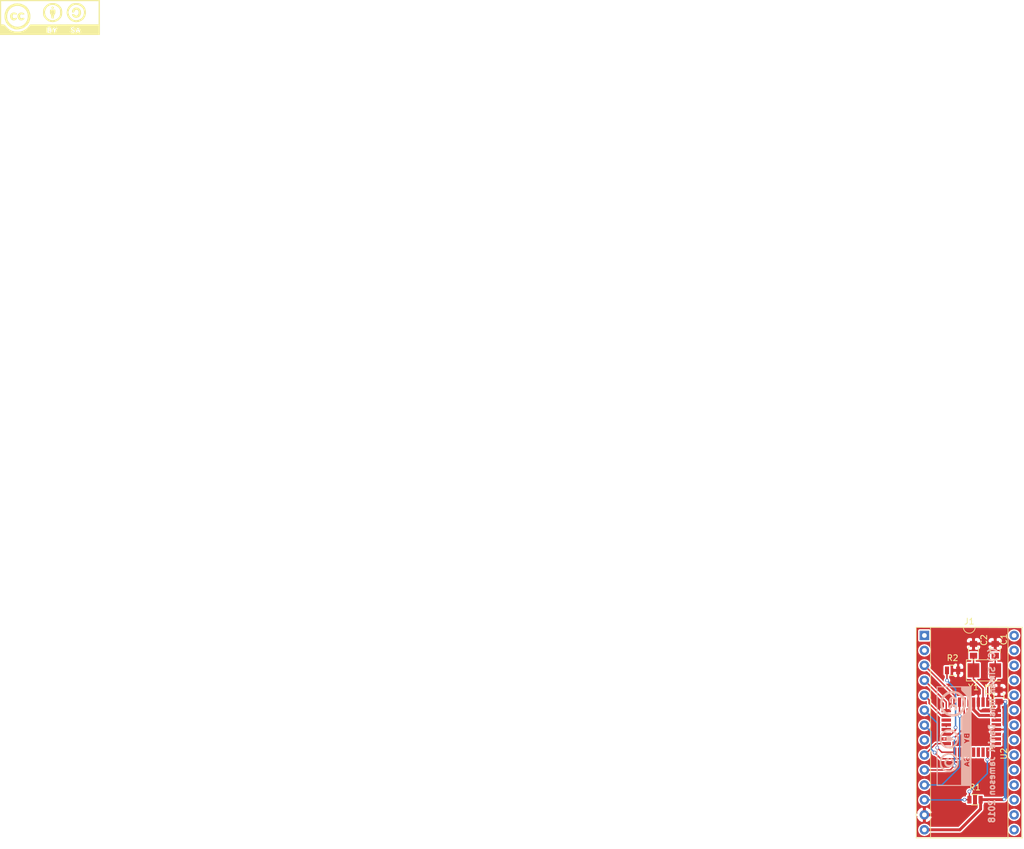
<source format=kicad_pcb>
(kicad_pcb (version 4) (host pcbnew 4.0.7)

  (general
    (links 27)
    (no_connects 0)
    (area 146.576099 101.6386 165.626101 141.4886)
    (thickness 1.6)
    (drawings 1)
    (tracks 93)
    (zones 0)
    (modules 11)
    (nets 46)
  )

  (page A4)
  (title_block
    (title TMS6100-Emulator)
    (date 14/04/2008)
    (rev 2.0)
    (company https://www.waitingforfriday.com)
    (comment 1 "License: Attribution-ShareAlike 4.0 International (CC BY-SA 4.0)")
    (comment 2 "(c) 2018 Simon Inns and Daniel Jameson")
  )

  (layers
    (0 F.Cu signal)
    (31 B.Cu signal)
    (32 B.Adhes user)
    (33 F.Adhes user)
    (34 B.Paste user)
    (35 F.Paste user)
    (36 B.SilkS user)
    (37 F.SilkS user)
    (38 B.Mask user)
    (39 F.Mask user)
    (40 Dwgs.User user)
    (41 Cmts.User user)
    (42 Eco1.User user)
    (43 Eco2.User user)
    (44 Edge.Cuts user)
    (45 Margin user)
    (46 B.CrtYd user)
    (47 F.CrtYd user)
    (48 B.Fab user)
    (49 F.Fab user)
  )

  (setup
    (last_trace_width 0.25)
    (user_trace_width 0.5)
    (trace_clearance 0.2)
    (zone_clearance 0.254)
    (zone_45_only no)
    (trace_min 0.2)
    (segment_width 0.2)
    (edge_width 0.15)
    (via_size 0.6)
    (via_drill 0.4)
    (via_min_size 0.4)
    (via_min_drill 0.3)
    (uvia_size 0.3)
    (uvia_drill 0.1)
    (uvias_allowed no)
    (uvia_min_size 0.2)
    (uvia_min_drill 0.1)
    (pcb_text_width 0.3)
    (pcb_text_size 1.5 1.5)
    (mod_edge_width 0.15)
    (mod_text_size 1 1)
    (mod_text_width 0.15)
    (pad_size 1.524 1.524)
    (pad_drill 0.762)
    (pad_to_mask_clearance 0.2)
    (aux_axis_origin 0 0)
    (visible_elements FFFFFF7F)
    (pcbplotparams
      (layerselection 0x00030_80000001)
      (usegerberextensions false)
      (excludeedgelayer true)
      (linewidth 0.100000)
      (plotframeref false)
      (viasonmask false)
      (mode 1)
      (useauxorigin false)
      (hpglpennumber 1)
      (hpglpenspeed 20)
      (hpglpendiameter 15)
      (hpglpenoverlay 2)
      (psnegative false)
      (psa4output false)
      (plotreference true)
      (plotvalue true)
      (plotinvisibletext false)
      (padsonsilk false)
      (subtractmaskfromsilk false)
      (outputformat 1)
      (mirror false)
      (drillshape 1)
      (scaleselection 1)
      (outputdirectory ""))
  )

  (net 0 "")
  (net 1 GND)
  (net 2 "Net-(C1-Pad2)")
  (net 3 "Net-(C2-Pad2)")
  (net 4 +5V)
  (net 5 "Net-(J1-Pad1)")
  (net 6 "Net-(J1-Pad15)")
  (net 7 "Net-(J1-Pad2)")
  (net 8 "Net-(J1-Pad16)")
  (net 9 ADD1)
  (net 10 "Net-(J1-Pad17)")
  (net 11 ADD2)
  (net 12 "Net-(J1-Pad18)")
  (net 13 ADD4)
  (net 14 "Net-(J1-Pad19)")
  (net 15 ADD8/MISO)
  (net 16 "Net-(J1-Pad20)")
  (net 17 CLK)
  (net 18 "Net-(J1-Pad21)")
  (net 19 "Net-(J1-Pad8)")
  (net 20 "Net-(J1-Pad22)")
  (net 21 MOSI)
  (net 22 "Net-(J1-Pad23)")
  (net 23 M0/SCK)
  (net 24 "Net-(J1-Pad24)")
  (net 25 M1)
  (net 26 "Net-(J1-Pad25)")
  (net 27 ~RESET)
  (net 28 "Net-(J1-Pad26)")
  (net 29 "Net-(J1-Pad27)")
  (net 30 "Net-(J1-Pad28)")
  (net 31 "Net-(R2-Pad1)")
  (net 32 "Net-(U2-Pad5)")
  (net 33 "Net-(U2-Pad11)")
  (net 34 "Net-(U2-Pad12)")
  (net 35 "Net-(U2-Pad13)")
  (net 36 "Net-(U2-Pad19)")
  (net 37 "Net-(U2-Pad20)")
  (net 38 "Net-(U2-Pad21)")
  (net 39 "Net-(U2-Pad22)")
  (net 40 "Net-(U2-Pad23)")
  (net 41 "Net-(U2-Pad25)")
  (net 42 "Net-(U2-Pad26)")
  (net 43 "Net-(U2-Pad27)")
  (net 44 "Net-(U2-Pad29)")
  (net 45 "Net-(U2-Pad30)")

  (net_class Default "This is the default net class."
    (clearance 0.2)
    (trace_width 0.25)
    (via_dia 0.6)
    (via_drill 0.4)
    (uvia_dia 0.3)
    (uvia_drill 0.1)
    (add_net +5V)
    (add_net ADD1)
    (add_net ADD2)
    (add_net ADD4)
    (add_net ADD8/MISO)
    (add_net CLK)
    (add_net GND)
    (add_net M0/SCK)
    (add_net M1)
    (add_net MOSI)
    (add_net "Net-(C1-Pad2)")
    (add_net "Net-(C2-Pad2)")
    (add_net "Net-(J1-Pad1)")
    (add_net "Net-(J1-Pad15)")
    (add_net "Net-(J1-Pad16)")
    (add_net "Net-(J1-Pad17)")
    (add_net "Net-(J1-Pad18)")
    (add_net "Net-(J1-Pad19)")
    (add_net "Net-(J1-Pad2)")
    (add_net "Net-(J1-Pad20)")
    (add_net "Net-(J1-Pad21)")
    (add_net "Net-(J1-Pad22)")
    (add_net "Net-(J1-Pad23)")
    (add_net "Net-(J1-Pad24)")
    (add_net "Net-(J1-Pad25)")
    (add_net "Net-(J1-Pad26)")
    (add_net "Net-(J1-Pad27)")
    (add_net "Net-(J1-Pad28)")
    (add_net "Net-(J1-Pad8)")
    (add_net "Net-(R2-Pad1)")
    (add_net "Net-(U2-Pad11)")
    (add_net "Net-(U2-Pad12)")
    (add_net "Net-(U2-Pad13)")
    (add_net "Net-(U2-Pad19)")
    (add_net "Net-(U2-Pad20)")
    (add_net "Net-(U2-Pad21)")
    (add_net "Net-(U2-Pad22)")
    (add_net "Net-(U2-Pad23)")
    (add_net "Net-(U2-Pad25)")
    (add_net "Net-(U2-Pad26)")
    (add_net "Net-(U2-Pad27)")
    (add_net "Net-(U2-Pad29)")
    (add_net "Net-(U2-Pad30)")
    (add_net "Net-(U2-Pad5)")
    (add_net ~RESET)
  )

  (module KiCad:CCBYSA (layer F.Cu) (tedit 0) (tstamp 5AD25A9F)
    (at 0 0)
    (fp_text reference G*** (at 0 0) (layer F.SilkS) hide
      (effects (font (thickness 0.3)))
    )
    (fp_text value LOGO (at 0.75 0) (layer F.SilkS) hide
      (effects (font (thickness 0.3)))
    )
    (fp_poly (pts (xy 8.466667 2.963333) (xy -8.466666 2.963333) (xy -8.466666 -2.794) (xy -8.297333 -2.794)
      (xy -8.297333 1.185333) (xy -8.01517 1.185333) (xy -7.813537 1.214489) (xy -7.640107 1.325339)
      (xy -7.458471 1.526956) (xy -7.024628 1.963528) (xy -6.534615 2.251912) (xy -5.967244 2.401213)
      (xy -5.370646 2.424094) (xy -4.960532 2.385915) (xy -4.630854 2.29808) (xy -4.320829 2.152368)
      (xy -3.99833 1.935396) (xy -3.73326 1.693333) (xy -0.423333 1.693333) (xy -0.423333 2.624667)
      (xy -0.137367 2.624667) (xy 0.084541 2.594768) (xy 0.233226 2.522255) (xy 0.23814 2.516777)
      (xy 0.284896 2.366132) (xy 0.287514 2.123657) (xy 0.279692 2.05111) (xy 0.240838 1.826852)
      (xy 0.171964 1.723753) (xy 0.07566 1.704919) (xy 0.497421 1.704919) (xy 0.501759 1.834365)
      (xy 0.548159 1.943129) (xy 0.639471 2.166638) (xy 0.677334 2.352351) (xy 0.704269 2.515033)
      (xy 0.733778 2.568222) (xy 0.850831 2.623031) (xy 0.919765 2.524908) (xy 0.931334 2.404903)
      (xy 0.942828 2.353136) (xy 3.501537 2.353136) (xy 3.57374 2.4606) (xy 3.593042 2.48028)
      (xy 3.819934 2.610191) (xy 4.005779 2.589651) (xy 4.361526 2.589651) (xy 4.43724 2.62341)
      (xy 4.530482 2.523319) (xy 4.541382 2.497667) (xy 4.656705 2.391162) (xy 4.753049 2.370667)
      (xy 4.911956 2.4287) (xy 4.964716 2.497667) (xy 5.050199 2.608585) (xy 5.13707 2.605414)
      (xy 5.164667 2.521664) (xy 5.130695 2.335999) (xy 5.046398 2.105092) (xy 4.9382 1.884874)
      (xy 4.832528 1.731276) (xy 4.7733 1.693333) (xy 4.662408 1.773068) (xy 4.532655 1.998079)
      (xy 4.395669 2.347076) (xy 4.364711 2.441541) (xy 4.361526 2.589651) (xy 4.005779 2.589651)
      (xy 4.055942 2.584107) (xy 4.181355 2.495216) (xy 4.27146 2.324732) (xy 4.198389 2.169116)
      (xy 3.968285 2.0409) (xy 3.956723 2.036805) (xy 3.787216 1.95918) (xy 3.76372 1.883634)
      (xy 3.794178 1.844622) (xy 3.909422 1.788196) (xy 3.996267 1.845733) (xy 4.136605 1.939221)
      (xy 4.223133 1.911423) (xy 4.233334 1.860851) (xy 4.164717 1.765679) (xy 4.024174 1.67907)
      (xy 3.830192 1.627089) (xy 3.685507 1.691252) (xy 3.563314 1.870088) (xy 3.598679 2.04435)
      (xy 3.782692 2.178441) (xy 3.81 2.188646) (xy 3.986099 2.275066) (xy 4.06381 2.362742)
      (xy 4.064 2.366262) (xy 3.999617 2.439135) (xy 3.862756 2.450303) (xy 3.737844 2.401727)
      (xy 3.706989 2.357967) (xy 3.613559 2.291595) (xy 3.561594 2.298246) (xy 3.501537 2.353136)
      (xy 0.942828 2.353136) (xy 0.980459 2.183659) (xy 1.099389 1.949305) (xy 1.106432 1.939237)
      (xy 1.210793 1.774392) (xy 1.210239 1.704079) (xy 1.152973 1.693333) (xy 1.006936 1.759032)
      (xy 0.935603 1.8415) (xy 0.858225 1.943427) (xy 0.784978 1.907207) (xy 0.731562 1.8415)
      (xy 0.583894 1.701827) (xy 0.497421 1.704919) (xy 0.07566 1.704919) (xy 0.023678 1.694753)
      (xy -0.095814 1.693333) (xy -0.423333 1.693333) (xy -3.73326 1.693333) (xy -3.708017 1.670281)
      (xy -3.606849 1.549294) (xy -3.344333 1.191937) (xy 2.4765 1.188635) (xy 8.297334 1.185333)
      (xy 8.297334 -2.794) (xy -8.297333 -2.794) (xy -8.466666 -2.794) (xy -8.466666 -2.963333)
      (xy 8.466667 -2.963333) (xy 8.466667 2.963333)) (layer F.SilkS) (width 0.01))
    (fp_poly (pts (xy 0.053238 2.254273) (xy 0.084667 2.328333) (xy 0.021772 2.434942) (xy -0.111951 2.448953)
      (xy -0.197555 2.398889) (xy -0.251799 2.278062) (xy -0.156282 2.207924) (xy -0.084666 2.201333)
      (xy 0.053238 2.254273)) (layer F.SilkS) (width 0.01))
    (fp_poly (pts (xy 0.052914 1.898123) (xy 0.084667 1.947333) (xy 0.013754 2.016123) (xy -0.084666 2.032)
      (xy -0.222247 1.996544) (xy -0.254 1.947333) (xy -0.183087 1.878543) (xy -0.084666 1.862667)
      (xy 0.052914 1.898123)) (layer F.SilkS) (width 0.01))
    (fp_poly (pts (xy 4.813817 2.00886) (xy 4.826 2.069336) (xy 4.781796 2.185179) (xy 4.741334 2.201333)
      (xy 4.65909 2.140566) (xy 4.656667 2.121663) (xy 4.718211 2.006996) (xy 4.741334 1.989667)
      (xy 4.813817 2.00886)) (layer F.SilkS) (width 0.01))
    (fp_poly (pts (xy -4.941334 -2.315799) (xy -4.394427 -2.105658) (xy -3.942758 -1.769822) (xy -3.601821 -1.322154)
      (xy -3.387112 -0.776516) (xy -3.322737 -0.377823) (xy -3.34925 0.241831) (xy -3.530774 0.795487)
      (xy -3.863666 1.276334) (xy -4.344282 1.677559) (xy -4.459982 1.748923) (xy -4.809611 1.893657)
      (xy -5.23715 1.985442) (xy -5.671526 2.015199) (xy -6.041664 1.97385) (xy -6.096548 1.957969)
      (xy -6.662661 1.690726) (xy -7.120525 1.306095) (xy -7.455366 0.824054) (xy -7.652412 0.26458)
      (xy -7.700948 -0.211667) (xy -7.699813 -0.220552) (xy -7.281333 -0.220552) (xy -7.258323 0.187493)
      (xy -7.17202 0.501236) (xy -6.996516 0.791534) (xy -6.843231 0.977552) (xy -6.434772 1.326868)
      (xy -5.960794 1.53874) (xy -5.454576 1.604852) (xy -4.949398 1.516883) (xy -4.844447 1.477175)
      (xy -4.396298 1.210255) (xy -4.060948 0.849526) (xy -3.84004 0.423429) (xy -3.735217 -0.039593)
      (xy -3.748118 -0.511095) (xy -3.880387 -0.962637) (xy -4.133666 -1.365774) (xy -4.509595 -1.692064)
      (xy -4.656666 -1.775907) (xy -5.134092 -1.959712) (xy -5.589364 -2.000434) (xy -5.917645 -1.949498)
      (xy -6.419731 -1.747957) (xy -6.823915 -1.420744) (xy -7.111189 -0.991961) (xy -7.262543 -0.485707)
      (xy -7.281333 -0.220552) (xy -7.699813 -0.220552) (xy -7.624292 -0.811284) (xy -7.406576 -1.340964)
      (xy -7.066173 -1.781972) (xy -6.621458 -2.115574) (xy -6.090805 -2.323038) (xy -5.56798 -2.386383)
      (xy -4.941334 -2.315799)) (layer F.SilkS) (width 0.01))
    (fp_poly (pts (xy 0.900669 -2.410518) (xy 1.33641 -2.243361) (xy 1.70204 -1.928721) (xy 1.840336 -1.749136)
      (xy 1.973807 -1.528146) (xy 2.044998 -1.311318) (xy 2.071885 -1.029317) (xy 2.074334 -0.846667)
      (xy 2.062441 -0.506736) (xy 2.01494 -0.266231) (xy 1.9141 -0.05619) (xy 1.843423 0.051348)
      (xy 1.477876 0.440596) (xy 1.029355 0.687458) (xy 0.518806 0.783245) (xy 0.142683 0.756944)
      (xy -0.212906 0.643181) (xy -0.544503 0.414368) (xy -0.883778 0.05056) (xy -1.025192 -0.142924)
      (xy -1.103266 -0.32286) (xy -1.136309 -0.55266) (xy -1.142679 -0.845999) (xy -1.142663 -0.846667)
      (xy -0.846666 -0.846667) (xy -0.772856 -0.399942) (xy -0.57057 -0.022879) (xy -0.268527 0.264789)
      (xy 0.104552 0.44333) (xy 0.519949 0.493009) (xy 0.948945 0.394093) (xy 0.95522 0.391427)
      (xy 1.192886 0.250988) (xy 1.435834 0.051195) (xy 1.481667 0.004868) (xy 1.618538 -0.156821)
      (xy 1.695002 -0.31306) (xy 1.728298 -0.521702) (xy 1.735666 -0.840601) (xy 1.735667 -0.847524)
      (xy 1.729631 -1.164383) (xy 1.698427 -1.371187) (xy 1.622413 -1.527127) (xy 1.481944 -1.691391)
      (xy 1.441737 -1.733187) (xy 1.069708 -2.015141) (xy 0.665905 -2.153135) (xy 0.25889 -2.158234)
      (xy -0.122776 -2.041504) (xy -0.45053 -1.81401) (xy -0.69581 -1.486815) (xy -0.830053 -1.070986)
      (xy -0.846666 -0.846667) (xy -1.142663 -0.846667) (xy -1.134504 -1.171744) (xy -1.097349 -1.391911)
      (xy -1.012939 -1.569916) (xy -0.884099 -1.743225) (xy -0.589952 -2.071179) (xy -0.317083 -2.276858)
      (xy -0.011937 -2.389887) (xy 0.374807 -2.439623) (xy 0.900669 -2.410518)) (layer F.SilkS) (width 0.01))
    (fp_poly (pts (xy 4.828875 -2.406479) (xy 5.063717 -2.377762) (xy 5.24085 -2.31312) (xy 5.41598 -2.198822)
      (xy 5.448166 -2.174529) (xy 5.762421 -1.893697) (xy 5.956421 -1.599984) (xy 6.071115 -1.228666)
      (xy 6.082117 -1.17249) (xy 6.102873 -0.653993) (xy 5.979293 -0.184029) (xy 5.732886 0.216435)
      (xy 5.385161 0.526433) (xy 4.957627 0.724998) (xy 4.471792 0.791162) (xy 4.111777 0.748201)
      (xy 3.65862 0.564594) (xy 3.285287 0.25203) (xy 3.015891 -0.158544) (xy 2.874543 -0.636178)
      (xy 2.860022 -0.846667) (xy 3.132667 -0.846667) (xy 3.208687 -0.461266) (xy 3.412706 -0.084032)
      (xy 3.708662 0.234948) (xy 4.060491 0.445584) (xy 4.064 0.44691) (xy 4.400969 0.499813)
      (xy 4.787547 0.44869) (xy 5.076243 0.340583) (xy 5.459649 0.070545) (xy 5.696681 -0.279952)
      (xy 5.795566 -0.724483) (xy 5.799667 -0.853257) (xy 5.780579 -1.176063) (xy 5.707213 -1.413194)
      (xy 5.56829 -1.628865) (xy 5.266758 -1.908813) (xy 4.8825 -2.103267) (xy 4.477676 -2.185946)
      (xy 4.275643 -2.175397) (xy 3.880788 -2.032544) (xy 3.537764 -1.763581) (xy 3.281112 -1.408661)
      (xy 3.145374 -1.00794) (xy 3.132667 -0.846667) (xy 2.860022 -0.846667) (xy 2.859128 -0.859613)
      (xy 2.940369 -1.365188) (xy 3.179339 -1.817827) (xy 3.506318 -2.154489) (xy 3.684663 -2.287228)
      (xy 3.848193 -2.364706) (xy 4.0522 -2.401596) (xy 4.351975 -2.412567) (xy 4.480616 -2.413)
      (xy 4.828875 -2.406479)) (layer F.SilkS) (width 0.01))
    (fp_poly (pts (xy -5.94245 -0.815668) (xy -5.749195 -0.749761) (xy -5.630683 -0.655037) (xy -5.625111 -0.554983)
      (xy -5.665091 -0.517379) (xy -5.844929 -0.491855) (xy -5.929042 -0.529133) (xy -6.132941 -0.590188)
      (xy -6.279216 -0.50143) (xy -6.347476 -0.278237) (xy -6.35 -0.211667) (xy -6.301923 0.039417)
      (xy -6.171284 0.159494) (xy -5.978471 0.133189) (xy -5.929042 0.105799) (xy -5.739119 0.063839)
      (xy -5.665091 0.094157) (xy -5.604192 0.169494) (xy -5.666223 0.269476) (xy -5.745546 0.340387)
      (xy -5.981506 0.48166) (xy -6.221651 0.4833) (xy -6.434666 0.398816) (xy -6.63134 0.20815)
      (xy -6.72516 -0.024883) (xy -6.736718 -0.357672) (xy -6.60771 -0.622537) (xy -6.35874 -0.7895)
      (xy -6.172256 -0.829268) (xy -5.94245 -0.815668)) (layer F.SilkS) (width 0.01))
    (fp_poly (pts (xy -4.642304 -0.8147) (xy -4.454892 -0.735452) (xy -4.352794 -0.6339) (xy -4.372668 -0.535022)
      (xy -4.395091 -0.517379) (xy -4.574929 -0.491855) (xy -4.659042 -0.529133) (xy -4.862941 -0.590188)
      (xy -5.009216 -0.50143) (xy -5.077476 -0.278237) (xy -5.08 -0.211667) (xy -5.031923 0.039417)
      (xy -4.901284 0.159494) (xy -4.708471 0.133189) (xy -4.659042 0.105799) (xy -4.469119 0.063839)
      (xy -4.395091 0.094157) (xy -4.334192 0.169494) (xy -4.396223 0.269476) (xy -4.475546 0.340387)
      (xy -4.683359 0.468503) (xy -4.911669 0.487745) (xy -5.102317 0.449415) (xy -5.252312 0.340332)
      (xy -5.393384 0.13142) (xy -5.486573 -0.110504) (xy -5.503333 -0.238378) (xy -5.42777 -0.494467)
      (xy -5.236663 -0.710481) (xy -4.983385 -0.834471) (xy -4.87837 -0.846667) (xy -4.642304 -0.8147)) (layer F.SilkS) (width 0.01))
    (fp_poly (pts (xy 0.91574 -0.987076) (xy 0.897625 -0.696256) (xy 0.813879 -0.563743) (xy 0.725138 -0.420548)
      (xy 0.66666 -0.188781) (xy 0.660139 -0.127) (xy 0.631916 0.089722) (xy 0.57133 0.179634)
      (xy 0.448972 0.185236) (xy 0.4445 0.184611) (xy 0.318132 0.138905) (xy 0.263809 0.016733)
      (xy 0.254 -0.171015) (xy 0.216579 -0.442089) (xy 0.121027 -0.574001) (xy 0.028538 -0.698519)
      (xy 0.012539 -0.943553) (xy 0.015194 -0.980375) (xy 0.042334 -1.312333) (xy 0.889 -1.312333)
      (xy 0.91574 -0.987076)) (layer F.SilkS) (width 0.01))
    (fp_poly (pts (xy 0.604772 -1.79204) (xy 0.664542 -1.658947) (xy 0.661452 -1.631062) (xy 0.574071 -1.496005)
      (xy 0.430594 -1.45671) (xy 0.305824 -1.526145) (xy 0.284835 -1.565767) (xy 0.283859 -1.73121)
      (xy 0.321734 -1.794933) (xy 0.465835 -1.849268) (xy 0.604772 -1.79204)) (layer F.SilkS) (width 0.01))
    (fp_poly (pts (xy 4.828491 -1.610016) (xy 5.079667 -1.425218) (xy 5.249454 -1.132062) (xy 5.258171 -1.104558)
      (xy 5.294895 -0.737938) (xy 5.197647 -0.409765) (xy 4.992969 -0.150498) (xy 4.707408 0.009405)
      (xy 4.367508 0.039486) (xy 4.275667 0.0228) (xy 4.009745 -0.109505) (xy 3.821835 -0.331515)
      (xy 3.784034 -0.428817) (xy 3.801372 -0.557799) (xy 3.916469 -0.593573) (xy 4.08606 -0.536667)
      (xy 4.233334 -0.423333) (xy 4.384966 -0.299026) (xy 4.487334 -0.254) (xy 4.604136 -0.308649)
      (xy 4.741334 -0.423333) (xy 4.875086 -0.643752) (xy 4.907647 -0.896246) (xy 4.849829 -1.131523)
      (xy 4.712443 -1.300294) (xy 4.537055 -1.354667) (xy 4.367317 -1.315085) (xy 4.228809 -1.224038)
      (xy 4.174716 -1.123073) (xy 4.192254 -1.085302) (xy 4.170154 -1.005121) (xy 4.076659 -0.900456)
      (xy 3.915509 -0.82024) (xy 3.802196 -0.876691) (xy 3.764689 -1.038312) (xy 3.802836 -1.208824)
      (xy 3.983099 -1.485861) (xy 4.24056 -1.643178) (xy 4.535573 -1.683616) (xy 4.828491 -1.610016)) (layer F.SilkS) (width 0.01))
  )

  (module KiCad:CCBYSA (layer F.Cu) (tedit 0) (tstamp 5AD25A89)
    (at 0 0)
    (fp_text reference G*** (at 0 0) (layer F.SilkS) hide
      (effects (font (thickness 0.3)))
    )
    (fp_text value LOGO (at 0.75 0) (layer F.SilkS) hide
      (effects (font (thickness 0.3)))
    )
    (fp_poly (pts (xy 8.466667 2.963333) (xy -8.466666 2.963333) (xy -8.466666 -2.794) (xy -8.297333 -2.794)
      (xy -8.297333 1.185333) (xy -8.01517 1.185333) (xy -7.813537 1.214489) (xy -7.640107 1.325339)
      (xy -7.458471 1.526956) (xy -7.024628 1.963528) (xy -6.534615 2.251912) (xy -5.967244 2.401213)
      (xy -5.370646 2.424094) (xy -4.960532 2.385915) (xy -4.630854 2.29808) (xy -4.320829 2.152368)
      (xy -3.99833 1.935396) (xy -3.73326 1.693333) (xy -0.423333 1.693333) (xy -0.423333 2.624667)
      (xy -0.137367 2.624667) (xy 0.084541 2.594768) (xy 0.233226 2.522255) (xy 0.23814 2.516777)
      (xy 0.284896 2.366132) (xy 0.287514 2.123657) (xy 0.279692 2.05111) (xy 0.240838 1.826852)
      (xy 0.171964 1.723753) (xy 0.07566 1.704919) (xy 0.497421 1.704919) (xy 0.501759 1.834365)
      (xy 0.548159 1.943129) (xy 0.639471 2.166638) (xy 0.677334 2.352351) (xy 0.704269 2.515033)
      (xy 0.733778 2.568222) (xy 0.850831 2.623031) (xy 0.919765 2.524908) (xy 0.931334 2.404903)
      (xy 0.942828 2.353136) (xy 3.501537 2.353136) (xy 3.57374 2.4606) (xy 3.593042 2.48028)
      (xy 3.819934 2.610191) (xy 4.005779 2.589651) (xy 4.361526 2.589651) (xy 4.43724 2.62341)
      (xy 4.530482 2.523319) (xy 4.541382 2.497667) (xy 4.656705 2.391162) (xy 4.753049 2.370667)
      (xy 4.911956 2.4287) (xy 4.964716 2.497667) (xy 5.050199 2.608585) (xy 5.13707 2.605414)
      (xy 5.164667 2.521664) (xy 5.130695 2.335999) (xy 5.046398 2.105092) (xy 4.9382 1.884874)
      (xy 4.832528 1.731276) (xy 4.7733 1.693333) (xy 4.662408 1.773068) (xy 4.532655 1.998079)
      (xy 4.395669 2.347076) (xy 4.364711 2.441541) (xy 4.361526 2.589651) (xy 4.005779 2.589651)
      (xy 4.055942 2.584107) (xy 4.181355 2.495216) (xy 4.27146 2.324732) (xy 4.198389 2.169116)
      (xy 3.968285 2.0409) (xy 3.956723 2.036805) (xy 3.787216 1.95918) (xy 3.76372 1.883634)
      (xy 3.794178 1.844622) (xy 3.909422 1.788196) (xy 3.996267 1.845733) (xy 4.136605 1.939221)
      (xy 4.223133 1.911423) (xy 4.233334 1.860851) (xy 4.164717 1.765679) (xy 4.024174 1.67907)
      (xy 3.830192 1.627089) (xy 3.685507 1.691252) (xy 3.563314 1.870088) (xy 3.598679 2.04435)
      (xy 3.782692 2.178441) (xy 3.81 2.188646) (xy 3.986099 2.275066) (xy 4.06381 2.362742)
      (xy 4.064 2.366262) (xy 3.999617 2.439135) (xy 3.862756 2.450303) (xy 3.737844 2.401727)
      (xy 3.706989 2.357967) (xy 3.613559 2.291595) (xy 3.561594 2.298246) (xy 3.501537 2.353136)
      (xy 0.942828 2.353136) (xy 0.980459 2.183659) (xy 1.099389 1.949305) (xy 1.106432 1.939237)
      (xy 1.210793 1.774392) (xy 1.210239 1.704079) (xy 1.152973 1.693333) (xy 1.006936 1.759032)
      (xy 0.935603 1.8415) (xy 0.858225 1.943427) (xy 0.784978 1.907207) (xy 0.731562 1.8415)
      (xy 0.583894 1.701827) (xy 0.497421 1.704919) (xy 0.07566 1.704919) (xy 0.023678 1.694753)
      (xy -0.095814 1.693333) (xy -0.423333 1.693333) (xy -3.73326 1.693333) (xy -3.708017 1.670281)
      (xy -3.606849 1.549294) (xy -3.344333 1.191937) (xy 2.4765 1.188635) (xy 8.297334 1.185333)
      (xy 8.297334 -2.794) (xy -8.297333 -2.794) (xy -8.466666 -2.794) (xy -8.466666 -2.963333)
      (xy 8.466667 -2.963333) (xy 8.466667 2.963333)) (layer F.SilkS) (width 0.01))
    (fp_poly (pts (xy 0.053238 2.254273) (xy 0.084667 2.328333) (xy 0.021772 2.434942) (xy -0.111951 2.448953)
      (xy -0.197555 2.398889) (xy -0.251799 2.278062) (xy -0.156282 2.207924) (xy -0.084666 2.201333)
      (xy 0.053238 2.254273)) (layer F.SilkS) (width 0.01))
    (fp_poly (pts (xy 0.052914 1.898123) (xy 0.084667 1.947333) (xy 0.013754 2.016123) (xy -0.084666 2.032)
      (xy -0.222247 1.996544) (xy -0.254 1.947333) (xy -0.183087 1.878543) (xy -0.084666 1.862667)
      (xy 0.052914 1.898123)) (layer F.SilkS) (width 0.01))
    (fp_poly (pts (xy 4.813817 2.00886) (xy 4.826 2.069336) (xy 4.781796 2.185179) (xy 4.741334 2.201333)
      (xy 4.65909 2.140566) (xy 4.656667 2.121663) (xy 4.718211 2.006996) (xy 4.741334 1.989667)
      (xy 4.813817 2.00886)) (layer F.SilkS) (width 0.01))
    (fp_poly (pts (xy -4.941334 -2.315799) (xy -4.394427 -2.105658) (xy -3.942758 -1.769822) (xy -3.601821 -1.322154)
      (xy -3.387112 -0.776516) (xy -3.322737 -0.377823) (xy -3.34925 0.241831) (xy -3.530774 0.795487)
      (xy -3.863666 1.276334) (xy -4.344282 1.677559) (xy -4.459982 1.748923) (xy -4.809611 1.893657)
      (xy -5.23715 1.985442) (xy -5.671526 2.015199) (xy -6.041664 1.97385) (xy -6.096548 1.957969)
      (xy -6.662661 1.690726) (xy -7.120525 1.306095) (xy -7.455366 0.824054) (xy -7.652412 0.26458)
      (xy -7.700948 -0.211667) (xy -7.699813 -0.220552) (xy -7.281333 -0.220552) (xy -7.258323 0.187493)
      (xy -7.17202 0.501236) (xy -6.996516 0.791534) (xy -6.843231 0.977552) (xy -6.434772 1.326868)
      (xy -5.960794 1.53874) (xy -5.454576 1.604852) (xy -4.949398 1.516883) (xy -4.844447 1.477175)
      (xy -4.396298 1.210255) (xy -4.060948 0.849526) (xy -3.84004 0.423429) (xy -3.735217 -0.039593)
      (xy -3.748118 -0.511095) (xy -3.880387 -0.962637) (xy -4.133666 -1.365774) (xy -4.509595 -1.692064)
      (xy -4.656666 -1.775907) (xy -5.134092 -1.959712) (xy -5.589364 -2.000434) (xy -5.917645 -1.949498)
      (xy -6.419731 -1.747957) (xy -6.823915 -1.420744) (xy -7.111189 -0.991961) (xy -7.262543 -0.485707)
      (xy -7.281333 -0.220552) (xy -7.699813 -0.220552) (xy -7.624292 -0.811284) (xy -7.406576 -1.340964)
      (xy -7.066173 -1.781972) (xy -6.621458 -2.115574) (xy -6.090805 -2.323038) (xy -5.56798 -2.386383)
      (xy -4.941334 -2.315799)) (layer F.SilkS) (width 0.01))
    (fp_poly (pts (xy 0.900669 -2.410518) (xy 1.33641 -2.243361) (xy 1.70204 -1.928721) (xy 1.840336 -1.749136)
      (xy 1.973807 -1.528146) (xy 2.044998 -1.311318) (xy 2.071885 -1.029317) (xy 2.074334 -0.846667)
      (xy 2.062441 -0.506736) (xy 2.01494 -0.266231) (xy 1.9141 -0.05619) (xy 1.843423 0.051348)
      (xy 1.477876 0.440596) (xy 1.029355 0.687458) (xy 0.518806 0.783245) (xy 0.142683 0.756944)
      (xy -0.212906 0.643181) (xy -0.544503 0.414368) (xy -0.883778 0.05056) (xy -1.025192 -0.142924)
      (xy -1.103266 -0.32286) (xy -1.136309 -0.55266) (xy -1.142679 -0.845999) (xy -1.142663 -0.846667)
      (xy -0.846666 -0.846667) (xy -0.772856 -0.399942) (xy -0.57057 -0.022879) (xy -0.268527 0.264789)
      (xy 0.104552 0.44333) (xy 0.519949 0.493009) (xy 0.948945 0.394093) (xy 0.95522 0.391427)
      (xy 1.192886 0.250988) (xy 1.435834 0.051195) (xy 1.481667 0.004868) (xy 1.618538 -0.156821)
      (xy 1.695002 -0.31306) (xy 1.728298 -0.521702) (xy 1.735666 -0.840601) (xy 1.735667 -0.847524)
      (xy 1.729631 -1.164383) (xy 1.698427 -1.371187) (xy 1.622413 -1.527127) (xy 1.481944 -1.691391)
      (xy 1.441737 -1.733187) (xy 1.069708 -2.015141) (xy 0.665905 -2.153135) (xy 0.25889 -2.158234)
      (xy -0.122776 -2.041504) (xy -0.45053 -1.81401) (xy -0.69581 -1.486815) (xy -0.830053 -1.070986)
      (xy -0.846666 -0.846667) (xy -1.142663 -0.846667) (xy -1.134504 -1.171744) (xy -1.097349 -1.391911)
      (xy -1.012939 -1.569916) (xy -0.884099 -1.743225) (xy -0.589952 -2.071179) (xy -0.317083 -2.276858)
      (xy -0.011937 -2.389887) (xy 0.374807 -2.439623) (xy 0.900669 -2.410518)) (layer F.SilkS) (width 0.01))
    (fp_poly (pts (xy 4.828875 -2.406479) (xy 5.063717 -2.377762) (xy 5.24085 -2.31312) (xy 5.41598 -2.198822)
      (xy 5.448166 -2.174529) (xy 5.762421 -1.893697) (xy 5.956421 -1.599984) (xy 6.071115 -1.228666)
      (xy 6.082117 -1.17249) (xy 6.102873 -0.653993) (xy 5.979293 -0.184029) (xy 5.732886 0.216435)
      (xy 5.385161 0.526433) (xy 4.957627 0.724998) (xy 4.471792 0.791162) (xy 4.111777 0.748201)
      (xy 3.65862 0.564594) (xy 3.285287 0.25203) (xy 3.015891 -0.158544) (xy 2.874543 -0.636178)
      (xy 2.860022 -0.846667) (xy 3.132667 -0.846667) (xy 3.208687 -0.461266) (xy 3.412706 -0.084032)
      (xy 3.708662 0.234948) (xy 4.060491 0.445584) (xy 4.064 0.44691) (xy 4.400969 0.499813)
      (xy 4.787547 0.44869) (xy 5.076243 0.340583) (xy 5.459649 0.070545) (xy 5.696681 -0.279952)
      (xy 5.795566 -0.724483) (xy 5.799667 -0.853257) (xy 5.780579 -1.176063) (xy 5.707213 -1.413194)
      (xy 5.56829 -1.628865) (xy 5.266758 -1.908813) (xy 4.8825 -2.103267) (xy 4.477676 -2.185946)
      (xy 4.275643 -2.175397) (xy 3.880788 -2.032544) (xy 3.537764 -1.763581) (xy 3.281112 -1.408661)
      (xy 3.145374 -1.00794) (xy 3.132667 -0.846667) (xy 2.860022 -0.846667) (xy 2.859128 -0.859613)
      (xy 2.940369 -1.365188) (xy 3.179339 -1.817827) (xy 3.506318 -2.154489) (xy 3.684663 -2.287228)
      (xy 3.848193 -2.364706) (xy 4.0522 -2.401596) (xy 4.351975 -2.412567) (xy 4.480616 -2.413)
      (xy 4.828875 -2.406479)) (layer F.SilkS) (width 0.01))
    (fp_poly (pts (xy -5.94245 -0.815668) (xy -5.749195 -0.749761) (xy -5.630683 -0.655037) (xy -5.625111 -0.554983)
      (xy -5.665091 -0.517379) (xy -5.844929 -0.491855) (xy -5.929042 -0.529133) (xy -6.132941 -0.590188)
      (xy -6.279216 -0.50143) (xy -6.347476 -0.278237) (xy -6.35 -0.211667) (xy -6.301923 0.039417)
      (xy -6.171284 0.159494) (xy -5.978471 0.133189) (xy -5.929042 0.105799) (xy -5.739119 0.063839)
      (xy -5.665091 0.094157) (xy -5.604192 0.169494) (xy -5.666223 0.269476) (xy -5.745546 0.340387)
      (xy -5.981506 0.48166) (xy -6.221651 0.4833) (xy -6.434666 0.398816) (xy -6.63134 0.20815)
      (xy -6.72516 -0.024883) (xy -6.736718 -0.357672) (xy -6.60771 -0.622537) (xy -6.35874 -0.7895)
      (xy -6.172256 -0.829268) (xy -5.94245 -0.815668)) (layer F.SilkS) (width 0.01))
    (fp_poly (pts (xy -4.642304 -0.8147) (xy -4.454892 -0.735452) (xy -4.352794 -0.6339) (xy -4.372668 -0.535022)
      (xy -4.395091 -0.517379) (xy -4.574929 -0.491855) (xy -4.659042 -0.529133) (xy -4.862941 -0.590188)
      (xy -5.009216 -0.50143) (xy -5.077476 -0.278237) (xy -5.08 -0.211667) (xy -5.031923 0.039417)
      (xy -4.901284 0.159494) (xy -4.708471 0.133189) (xy -4.659042 0.105799) (xy -4.469119 0.063839)
      (xy -4.395091 0.094157) (xy -4.334192 0.169494) (xy -4.396223 0.269476) (xy -4.475546 0.340387)
      (xy -4.683359 0.468503) (xy -4.911669 0.487745) (xy -5.102317 0.449415) (xy -5.252312 0.340332)
      (xy -5.393384 0.13142) (xy -5.486573 -0.110504) (xy -5.503333 -0.238378) (xy -5.42777 -0.494467)
      (xy -5.236663 -0.710481) (xy -4.983385 -0.834471) (xy -4.87837 -0.846667) (xy -4.642304 -0.8147)) (layer F.SilkS) (width 0.01))
    (fp_poly (pts (xy 0.91574 -0.987076) (xy 0.897625 -0.696256) (xy 0.813879 -0.563743) (xy 0.725138 -0.420548)
      (xy 0.66666 -0.188781) (xy 0.660139 -0.127) (xy 0.631916 0.089722) (xy 0.57133 0.179634)
      (xy 0.448972 0.185236) (xy 0.4445 0.184611) (xy 0.318132 0.138905) (xy 0.263809 0.016733)
      (xy 0.254 -0.171015) (xy 0.216579 -0.442089) (xy 0.121027 -0.574001) (xy 0.028538 -0.698519)
      (xy 0.012539 -0.943553) (xy 0.015194 -0.980375) (xy 0.042334 -1.312333) (xy 0.889 -1.312333)
      (xy 0.91574 -0.987076)) (layer F.SilkS) (width 0.01))
    (fp_poly (pts (xy 0.604772 -1.79204) (xy 0.664542 -1.658947) (xy 0.661452 -1.631062) (xy 0.574071 -1.496005)
      (xy 0.430594 -1.45671) (xy 0.305824 -1.526145) (xy 0.284835 -1.565767) (xy 0.283859 -1.73121)
      (xy 0.321734 -1.794933) (xy 0.465835 -1.849268) (xy 0.604772 -1.79204)) (layer F.SilkS) (width 0.01))
    (fp_poly (pts (xy 4.828491 -1.610016) (xy 5.079667 -1.425218) (xy 5.249454 -1.132062) (xy 5.258171 -1.104558)
      (xy 5.294895 -0.737938) (xy 5.197647 -0.409765) (xy 4.992969 -0.150498) (xy 4.707408 0.009405)
      (xy 4.367508 0.039486) (xy 4.275667 0.0228) (xy 4.009745 -0.109505) (xy 3.821835 -0.331515)
      (xy 3.784034 -0.428817) (xy 3.801372 -0.557799) (xy 3.916469 -0.593573) (xy 4.08606 -0.536667)
      (xy 4.233334 -0.423333) (xy 4.384966 -0.299026) (xy 4.487334 -0.254) (xy 4.604136 -0.308649)
      (xy 4.741334 -0.423333) (xy 4.875086 -0.643752) (xy 4.907647 -0.896246) (xy 4.849829 -1.131523)
      (xy 4.712443 -1.300294) (xy 4.537055 -1.354667) (xy 4.367317 -1.315085) (xy 4.228809 -1.224038)
      (xy 4.174716 -1.123073) (xy 4.192254 -1.085302) (xy 4.170154 -1.005121) (xy 4.076659 -0.900456)
      (xy 3.915509 -0.82024) (xy 3.802196 -0.876691) (xy 3.764689 -1.038312) (xy 3.802836 -1.208824)
      (xy 3.983099 -1.485861) (xy 4.24056 -1.643178) (xy 4.535573 -1.683616) (xy 4.828491 -1.610016)) (layer F.SilkS) (width 0.01))
  )

  (module Housings_DIP:DIP-28_W15.24mm_Socket (layer F.Cu) (tedit 58CC8E2F) (tstamp 5ACF8759)
    (at 148.5011 105.0036)
    (descr "28-lead dip package, row spacing 15.24 mm (600 mils), Socket")
    (tags "DIL DIP PDIP 2.54mm 15.24mm 600mil Socket")
    (path /5ACF9DF5)
    (fp_text reference J1 (at 7.62 -2.39) (layer F.SilkS)
      (effects (font (size 1 1) (thickness 0.15)))
    )
    (fp_text value TMS6100-SOCKET (at 7.62 35.41) (layer F.Fab)
      (effects (font (size 1 1) (thickness 0.15)))
    )
    (fp_text user %R (at 7.62 16.51) (layer F.Fab)
      (effects (font (size 1 1) (thickness 0.15)))
    )
    (fp_line (start 1.255 -1.27) (end 14.985 -1.27) (layer F.Fab) (width 0.1))
    (fp_line (start 14.985 -1.27) (end 14.985 34.29) (layer F.Fab) (width 0.1))
    (fp_line (start 14.985 34.29) (end 0.255 34.29) (layer F.Fab) (width 0.1))
    (fp_line (start 0.255 34.29) (end 0.255 -0.27) (layer F.Fab) (width 0.1))
    (fp_line (start 0.255 -0.27) (end 1.255 -1.27) (layer F.Fab) (width 0.1))
    (fp_line (start -1.27 -1.27) (end -1.27 34.29) (layer F.Fab) (width 0.1))
    (fp_line (start -1.27 34.29) (end 16.51 34.29) (layer F.Fab) (width 0.1))
    (fp_line (start 16.51 34.29) (end 16.51 -1.27) (layer F.Fab) (width 0.1))
    (fp_line (start 16.51 -1.27) (end -1.27 -1.27) (layer F.Fab) (width 0.1))
    (fp_line (start 6.62 -1.39) (end 1.04 -1.39) (layer F.SilkS) (width 0.12))
    (fp_line (start 1.04 -1.39) (end 1.04 34.41) (layer F.SilkS) (width 0.12))
    (fp_line (start 1.04 34.41) (end 14.2 34.41) (layer F.SilkS) (width 0.12))
    (fp_line (start 14.2 34.41) (end 14.2 -1.39) (layer F.SilkS) (width 0.12))
    (fp_line (start 14.2 -1.39) (end 8.62 -1.39) (layer F.SilkS) (width 0.12))
    (fp_line (start -1.39 -1.39) (end -1.39 34.41) (layer F.SilkS) (width 0.12))
    (fp_line (start -1.39 34.41) (end 16.63 34.41) (layer F.SilkS) (width 0.12))
    (fp_line (start 16.63 34.41) (end 16.63 -1.39) (layer F.SilkS) (width 0.12))
    (fp_line (start 16.63 -1.39) (end -1.39 -1.39) (layer F.SilkS) (width 0.12))
    (fp_line (start -1.7 -1.7) (end -1.7 34.7) (layer F.CrtYd) (width 0.05))
    (fp_line (start -1.7 34.7) (end 16.9 34.7) (layer F.CrtYd) (width 0.05))
    (fp_line (start 16.9 34.7) (end 16.9 -1.7) (layer F.CrtYd) (width 0.05))
    (fp_line (start 16.9 -1.7) (end -1.7 -1.7) (layer F.CrtYd) (width 0.05))
    (fp_arc (start 7.62 -1.39) (end 6.62 -1.39) (angle -180) (layer F.SilkS) (width 0.12))
    (pad 1 thru_hole rect (at 0 0) (size 1.6 1.6) (drill 0.8) (layers *.Cu *.Mask)
      (net 5 "Net-(J1-Pad1)"))
    (pad 15 thru_hole oval (at 15.24 33.02) (size 1.6 1.6) (drill 0.8) (layers *.Cu *.Mask)
      (net 6 "Net-(J1-Pad15)"))
    (pad 2 thru_hole oval (at 0 2.54) (size 1.6 1.6) (drill 0.8) (layers *.Cu *.Mask)
      (net 7 "Net-(J1-Pad2)"))
    (pad 16 thru_hole oval (at 15.24 30.48) (size 1.6 1.6) (drill 0.8) (layers *.Cu *.Mask)
      (net 8 "Net-(J1-Pad16)"))
    (pad 3 thru_hole oval (at 0 5.08) (size 1.6 1.6) (drill 0.8) (layers *.Cu *.Mask)
      (net 9 ADD1))
    (pad 17 thru_hole oval (at 15.24 27.94) (size 1.6 1.6) (drill 0.8) (layers *.Cu *.Mask)
      (net 10 "Net-(J1-Pad17)"))
    (pad 4 thru_hole oval (at 0 7.62) (size 1.6 1.6) (drill 0.8) (layers *.Cu *.Mask)
      (net 11 ADD2))
    (pad 18 thru_hole oval (at 15.24 25.4) (size 1.6 1.6) (drill 0.8) (layers *.Cu *.Mask)
      (net 12 "Net-(J1-Pad18)"))
    (pad 5 thru_hole oval (at 0 10.16) (size 1.6 1.6) (drill 0.8) (layers *.Cu *.Mask)
      (net 13 ADD4))
    (pad 19 thru_hole oval (at 15.24 22.86) (size 1.6 1.6) (drill 0.8) (layers *.Cu *.Mask)
      (net 14 "Net-(J1-Pad19)"))
    (pad 6 thru_hole oval (at 0 12.7) (size 1.6 1.6) (drill 0.8) (layers *.Cu *.Mask)
      (net 15 ADD8/MISO))
    (pad 20 thru_hole oval (at 15.24 20.32) (size 1.6 1.6) (drill 0.8) (layers *.Cu *.Mask)
      (net 16 "Net-(J1-Pad20)"))
    (pad 7 thru_hole oval (at 0 15.24) (size 1.6 1.6) (drill 0.8) (layers *.Cu *.Mask)
      (net 17 CLK))
    (pad 21 thru_hole oval (at 15.24 17.78) (size 1.6 1.6) (drill 0.8) (layers *.Cu *.Mask)
      (net 18 "Net-(J1-Pad21)"))
    (pad 8 thru_hole oval (at 0 17.78) (size 1.6 1.6) (drill 0.8) (layers *.Cu *.Mask)
      (net 19 "Net-(J1-Pad8)"))
    (pad 22 thru_hole oval (at 15.24 15.24) (size 1.6 1.6) (drill 0.8) (layers *.Cu *.Mask)
      (net 20 "Net-(J1-Pad22)"))
    (pad 9 thru_hole oval (at 0 20.32) (size 1.6 1.6) (drill 0.8) (layers *.Cu *.Mask)
      (net 21 MOSI))
    (pad 23 thru_hole oval (at 15.24 12.7) (size 1.6 1.6) (drill 0.8) (layers *.Cu *.Mask)
      (net 22 "Net-(J1-Pad23)"))
    (pad 10 thru_hole oval (at 0 22.86) (size 1.6 1.6) (drill 0.8) (layers *.Cu *.Mask)
      (net 23 M0/SCK))
    (pad 24 thru_hole oval (at 15.24 10.16) (size 1.6 1.6) (drill 0.8) (layers *.Cu *.Mask)
      (net 24 "Net-(J1-Pad24)"))
    (pad 11 thru_hole oval (at 0 25.4) (size 1.6 1.6) (drill 0.8) (layers *.Cu *.Mask)
      (net 25 M1))
    (pad 25 thru_hole oval (at 15.24 7.62) (size 1.6 1.6) (drill 0.8) (layers *.Cu *.Mask)
      (net 26 "Net-(J1-Pad25)"))
    (pad 12 thru_hole oval (at 0 27.94) (size 1.6 1.6) (drill 0.8) (layers *.Cu *.Mask)
      (net 27 ~RESET))
    (pad 26 thru_hole oval (at 15.24 5.08) (size 1.6 1.6) (drill 0.8) (layers *.Cu *.Mask)
      (net 28 "Net-(J1-Pad26)"))
    (pad 13 thru_hole oval (at 0 30.48) (size 1.6 1.6) (drill 0.8) (layers *.Cu *.Mask)
      (net 1 GND))
    (pad 27 thru_hole oval (at 15.24 2.54) (size 1.6 1.6) (drill 0.8) (layers *.Cu *.Mask)
      (net 29 "Net-(J1-Pad27)"))
    (pad 14 thru_hole oval (at 0 33.02) (size 1.6 1.6) (drill 0.8) (layers *.Cu *.Mask)
      (net 4 +5V))
    (pad 28 thru_hole oval (at 15.24 0) (size 1.6 1.6) (drill 0.8) (layers *.Cu *.Mask)
      (net 30 "Net-(J1-Pad28)"))
    (model ${KISYS3DMOD}/Housings_DIP.3dshapes/DIP-28_W15.24mm_Socket.wrl
      (at (xyz 0 0 0))
      (scale (xyz 1 1 1))
      (rotate (xyz 0 0 0))
    )
  )

  (module Capacitors_SMD:C_0805 (layer F.Cu) (tedit 5AD25898) (tstamp 5ACF872D)
    (at 160.528 107.442 270)
    (descr "Capacitor SMD 0805, reflow soldering, AVX (see smccp.pdf)")
    (tags "capacitor 0805")
    (path /5ACA809C)
    (attr smd)
    (fp_text reference C1 (at -1.778 -1.4605 270) (layer F.SilkS)
      (effects (font (size 1 1) (thickness 0.15)))
    )
    (fp_text value 22pF (at 0 2.1 270) (layer F.Fab)
      (effects (font (size 1 1) (thickness 0.15)))
    )
    (fp_line (start -1 0.625) (end -1 -0.625) (layer F.Fab) (width 0.15))
    (fp_line (start 1 0.625) (end -1 0.625) (layer F.Fab) (width 0.15))
    (fp_line (start 1 -0.625) (end 1 0.625) (layer F.Fab) (width 0.15))
    (fp_line (start -1 -0.625) (end 1 -0.625) (layer F.Fab) (width 0.15))
    (fp_line (start -1.8 -1) (end 1.8 -1) (layer F.CrtYd) (width 0.05))
    (fp_line (start -1.8 1) (end 1.8 1) (layer F.CrtYd) (width 0.05))
    (fp_line (start -1.8 -1) (end -1.8 1) (layer F.CrtYd) (width 0.05))
    (fp_line (start 1.8 -1) (end 1.8 1) (layer F.CrtYd) (width 0.05))
    (fp_line (start 0.5 -0.85) (end -0.5 -0.85) (layer F.SilkS) (width 0.15))
    (fp_line (start -0.5 0.85) (end 0.5 0.85) (layer F.SilkS) (width 0.15))
    (pad 1 smd rect (at -1 0 270) (size 1 1.25) (layers F.Cu F.Paste F.Mask)
      (net 1 GND))
    (pad 2 smd rect (at 1 0 270) (size 1 1.25) (layers F.Cu F.Paste F.Mask)
      (net 2 "Net-(C1-Pad2)"))
    (model Capacitors_SMD.3dshapes/C_0805.wrl
      (at (xyz 0 0 0))
      (scale (xyz 1 1 1))
      (rotate (xyz 0 0 0))
    )
  )

  (module Capacitors_SMD:C_0805 (layer F.Cu) (tedit 5AD2588C) (tstamp 5ACF8733)
    (at 156.845 107.442 270)
    (descr "Capacitor SMD 0805, reflow soldering, AVX (see smccp.pdf)")
    (tags "capacitor 0805")
    (path /5ACA8069)
    (attr smd)
    (fp_text reference C2 (at -1.651 -1.778 270) (layer F.SilkS)
      (effects (font (size 1 1) (thickness 0.15)))
    )
    (fp_text value 22pF (at 0 2.1 270) (layer F.Fab)
      (effects (font (size 1 1) (thickness 0.15)))
    )
    (fp_line (start -1 0.625) (end -1 -0.625) (layer F.Fab) (width 0.15))
    (fp_line (start 1 0.625) (end -1 0.625) (layer F.Fab) (width 0.15))
    (fp_line (start 1 -0.625) (end 1 0.625) (layer F.Fab) (width 0.15))
    (fp_line (start -1 -0.625) (end 1 -0.625) (layer F.Fab) (width 0.15))
    (fp_line (start -1.8 -1) (end 1.8 -1) (layer F.CrtYd) (width 0.05))
    (fp_line (start -1.8 1) (end 1.8 1) (layer F.CrtYd) (width 0.05))
    (fp_line (start -1.8 -1) (end -1.8 1) (layer F.CrtYd) (width 0.05))
    (fp_line (start 1.8 -1) (end 1.8 1) (layer F.CrtYd) (width 0.05))
    (fp_line (start 0.5 -0.85) (end -0.5 -0.85) (layer F.SilkS) (width 0.15))
    (fp_line (start -0.5 0.85) (end 0.5 0.85) (layer F.SilkS) (width 0.15))
    (pad 1 smd rect (at -1 0 270) (size 1 1.25) (layers F.Cu F.Paste F.Mask)
      (net 1 GND))
    (pad 2 smd rect (at 1 0 270) (size 1 1.25) (layers F.Cu F.Paste F.Mask)
      (net 3 "Net-(C2-Pad2)"))
    (model Capacitors_SMD.3dshapes/C_0805.wrl
      (at (xyz 0 0 0))
      (scale (xyz 1 1 1))
      (rotate (xyz 0 0 0))
    )
  )

  (module Capacitors_SMD:C_0805 (layer F.Cu) (tedit 5AD258AD) (tstamp 5ACF8739)
    (at 161.163 115.2525 270)
    (descr "Capacitor SMD 0805, reflow soldering, AVX (see smccp.pdf)")
    (tags "capacitor 0805")
    (path /5ACD1919)
    (attr smd)
    (fp_text reference C3 (at -1.0795 1.7145 270) (layer F.SilkS)
      (effects (font (size 1 1) (thickness 0.15)))
    )
    (fp_text value 100nF (at 0 2.1 270) (layer F.Fab)
      (effects (font (size 1 1) (thickness 0.15)))
    )
    (fp_line (start -1 0.625) (end -1 -0.625) (layer F.Fab) (width 0.15))
    (fp_line (start 1 0.625) (end -1 0.625) (layer F.Fab) (width 0.15))
    (fp_line (start 1 -0.625) (end 1 0.625) (layer F.Fab) (width 0.15))
    (fp_line (start -1 -0.625) (end 1 -0.625) (layer F.Fab) (width 0.15))
    (fp_line (start -1.8 -1) (end 1.8 -1) (layer F.CrtYd) (width 0.05))
    (fp_line (start -1.8 1) (end 1.8 1) (layer F.CrtYd) (width 0.05))
    (fp_line (start -1.8 -1) (end -1.8 1) (layer F.CrtYd) (width 0.05))
    (fp_line (start 1.8 -1) (end 1.8 1) (layer F.CrtYd) (width 0.05))
    (fp_line (start 0.5 -0.85) (end -0.5 -0.85) (layer F.SilkS) (width 0.15))
    (fp_line (start -0.5 0.85) (end 0.5 0.85) (layer F.SilkS) (width 0.15))
    (pad 1 smd rect (at -1 0 270) (size 1 1.25) (layers F.Cu F.Paste F.Mask)
      (net 1 GND))
    (pad 2 smd rect (at 1 0 270) (size 1 1.25) (layers F.Cu F.Paste F.Mask)
      (net 4 +5V))
    (model Capacitors_SMD.3dshapes/C_0805.wrl
      (at (xyz 0 0 0))
      (scale (xyz 1 1 1))
      (rotate (xyz 0 0 0))
    )
  )

  (module Resistors_SMD:R_0805 (layer F.Cu) (tedit 58307B54) (tstamp 5ACF875F)
    (at 157.099 132.9055)
    (descr "Resistor SMD 0805, reflow soldering, Vishay (see dcrcw.pdf)")
    (tags "resistor 0805")
    (path /5ACA80FA)
    (attr smd)
    (fp_text reference R1 (at 0 -2.1) (layer F.SilkS)
      (effects (font (size 1 1) (thickness 0.15)))
    )
    (fp_text value 10K (at 0 2.1) (layer F.Fab)
      (effects (font (size 1 1) (thickness 0.15)))
    )
    (fp_line (start -1 0.625) (end -1 -0.625) (layer F.Fab) (width 0.1))
    (fp_line (start 1 0.625) (end -1 0.625) (layer F.Fab) (width 0.1))
    (fp_line (start 1 -0.625) (end 1 0.625) (layer F.Fab) (width 0.1))
    (fp_line (start -1 -0.625) (end 1 -0.625) (layer F.Fab) (width 0.1))
    (fp_line (start -1.6 -1) (end 1.6 -1) (layer F.CrtYd) (width 0.05))
    (fp_line (start -1.6 1) (end 1.6 1) (layer F.CrtYd) (width 0.05))
    (fp_line (start -1.6 -1) (end -1.6 1) (layer F.CrtYd) (width 0.05))
    (fp_line (start 1.6 -1) (end 1.6 1) (layer F.CrtYd) (width 0.05))
    (fp_line (start 0.6 0.875) (end -0.6 0.875) (layer F.SilkS) (width 0.15))
    (fp_line (start -0.6 -0.875) (end 0.6 -0.875) (layer F.SilkS) (width 0.15))
    (pad 1 smd rect (at -0.95 0) (size 0.7 1.3) (layers F.Cu F.Paste F.Mask)
      (net 27 ~RESET))
    (pad 2 smd rect (at 0.95 0) (size 0.7 1.3) (layers F.Cu F.Paste F.Mask)
      (net 4 +5V))
    (model Resistors_SMD.3dshapes/R_0805.wrl
      (at (xyz 0 0 0))
      (scale (xyz 1 1 1))
      (rotate (xyz 0 0 0))
    )
  )

  (module Resistors_SMD:R_0805 (layer F.Cu) (tedit 58307B54) (tstamp 5ACF8765)
    (at 153.289 110.9345)
    (descr "Resistor SMD 0805, reflow soldering, Vishay (see dcrcw.pdf)")
    (tags "resistor 0805")
    (path /5ACF95C7)
    (attr smd)
    (fp_text reference R2 (at 0 -2.1) (layer F.SilkS)
      (effects (font (size 1 1) (thickness 0.15)))
    )
    (fp_text value 330 (at 0 2.1) (layer F.Fab)
      (effects (font (size 1 1) (thickness 0.15)))
    )
    (fp_line (start -1 0.625) (end -1 -0.625) (layer F.Fab) (width 0.1))
    (fp_line (start 1 0.625) (end -1 0.625) (layer F.Fab) (width 0.1))
    (fp_line (start 1 -0.625) (end 1 0.625) (layer F.Fab) (width 0.1))
    (fp_line (start -1 -0.625) (end 1 -0.625) (layer F.Fab) (width 0.1))
    (fp_line (start -1.6 -1) (end 1.6 -1) (layer F.CrtYd) (width 0.05))
    (fp_line (start -1.6 1) (end 1.6 1) (layer F.CrtYd) (width 0.05))
    (fp_line (start -1.6 -1) (end -1.6 1) (layer F.CrtYd) (width 0.05))
    (fp_line (start 1.6 -1) (end 1.6 1) (layer F.CrtYd) (width 0.05))
    (fp_line (start 0.6 0.875) (end -0.6 0.875) (layer F.SilkS) (width 0.15))
    (fp_line (start -0.6 -0.875) (end 0.6 -0.875) (layer F.SilkS) (width 0.15))
    (pad 1 smd rect (at -0.95 0) (size 0.7 1.3) (layers F.Cu F.Paste F.Mask)
      (net 31 "Net-(R2-Pad1)"))
    (pad 2 smd rect (at 0.95 0) (size 0.7 1.3) (layers F.Cu F.Paste F.Mask)
      (net 1 GND))
    (model Resistors_SMD.3dshapes/R_0805.wrl
      (at (xyz 0 0 0))
      (scale (xyz 1 1 1))
      (rotate (xyz 0 0 0))
    )
  )

  (module Housings_QFP:TQFP-32_7x7mm_Pitch0.8mm (layer F.Cu) (tedit 5AD258BF) (tstamp 5ACF8789)
    (at 156.464 120.5865 270)
    (descr "32-Lead Plastic Thin Quad Flatpack (PT) - 7x7x1.0 mm Body, 2.00 mm [TQFP] (see Microchip Packaging Specification 00000049BS.pdf)")
    (tags "QFP 0.8")
    (path /5ACA7F52)
    (attr smd)
    (fp_text reference U2 (at 4.5085 -5.5245 270) (layer F.SilkS)
      (effects (font (size 1 1) (thickness 0.15)))
    )
    (fp_text value ATMEGA32U2-AU (at 0 6.05 270) (layer F.Fab)
      (effects (font (size 1 1) (thickness 0.15)))
    )
    (fp_text user %R (at 0 0 270) (layer F.Fab)
      (effects (font (size 1 1) (thickness 0.15)))
    )
    (fp_line (start -2.5 -3.5) (end 3.5 -3.5) (layer F.Fab) (width 0.15))
    (fp_line (start 3.5 -3.5) (end 3.5 3.5) (layer F.Fab) (width 0.15))
    (fp_line (start 3.5 3.5) (end -3.5 3.5) (layer F.Fab) (width 0.15))
    (fp_line (start -3.5 3.5) (end -3.5 -2.5) (layer F.Fab) (width 0.15))
    (fp_line (start -3.5 -2.5) (end -2.5 -3.5) (layer F.Fab) (width 0.15))
    (fp_line (start -5.3 -5.3) (end -5.3 5.3) (layer F.CrtYd) (width 0.05))
    (fp_line (start 5.3 -5.3) (end 5.3 5.3) (layer F.CrtYd) (width 0.05))
    (fp_line (start -5.3 -5.3) (end 5.3 -5.3) (layer F.CrtYd) (width 0.05))
    (fp_line (start -5.3 5.3) (end 5.3 5.3) (layer F.CrtYd) (width 0.05))
    (fp_line (start -3.625 -3.625) (end -3.625 -3.4) (layer F.SilkS) (width 0.15))
    (fp_line (start 3.625 -3.625) (end 3.625 -3.3) (layer F.SilkS) (width 0.15))
    (fp_line (start 3.625 3.625) (end 3.625 3.3) (layer F.SilkS) (width 0.15))
    (fp_line (start -3.625 3.625) (end -3.625 3.3) (layer F.SilkS) (width 0.15))
    (fp_line (start -3.625 -3.625) (end -3.3 -3.625) (layer F.SilkS) (width 0.15))
    (fp_line (start -3.625 3.625) (end -3.3 3.625) (layer F.SilkS) (width 0.15))
    (fp_line (start 3.625 3.625) (end 3.3 3.625) (layer F.SilkS) (width 0.15))
    (fp_line (start 3.625 -3.625) (end 3.3 -3.625) (layer F.SilkS) (width 0.15))
    (fp_line (start -3.625 -3.4) (end -5.05 -3.4) (layer F.SilkS) (width 0.15))
    (pad 1 smd rect (at -4.25 -2.8 270) (size 1.6 0.55) (layers F.Cu F.Paste F.Mask)
      (net 2 "Net-(C1-Pad2)"))
    (pad 2 smd rect (at -4.25 -2 270) (size 1.6 0.55) (layers F.Cu F.Paste F.Mask)
      (net 3 "Net-(C2-Pad2)"))
    (pad 3 smd rect (at -4.25 -1.2 270) (size 1.6 0.55) (layers F.Cu F.Paste F.Mask)
      (net 1 GND))
    (pad 4 smd rect (at -4.25 -0.4 270) (size 1.6 0.55) (layers F.Cu F.Paste F.Mask)
      (net 4 +5V))
    (pad 5 smd rect (at -4.25 0.4 270) (size 1.6 0.55) (layers F.Cu F.Paste F.Mask)
      (net 32 "Net-(U2-Pad5)"))
    (pad 6 smd rect (at -4.25 1.2 270) (size 1.6 0.55) (layers F.Cu F.Paste F.Mask)
      (net 23 M0/SCK))
    (pad 7 smd rect (at -4.25 2 270) (size 1.6 0.55) (layers F.Cu F.Paste F.Mask)
      (net 25 M1))
    (pad 8 smd rect (at -4.25 2.8 270) (size 1.6 0.55) (layers F.Cu F.Paste F.Mask)
      (net 9 ADD1))
    (pad 9 smd rect (at -2.8 4.25) (size 1.6 0.55) (layers F.Cu F.Paste F.Mask)
      (net 11 ADD2))
    (pad 10 smd rect (at -2 4.25) (size 1.6 0.55) (layers F.Cu F.Paste F.Mask)
      (net 13 ADD4))
    (pad 11 smd rect (at -1.2 4.25) (size 1.6 0.55) (layers F.Cu F.Paste F.Mask)
      (net 33 "Net-(U2-Pad11)"))
    (pad 12 smd rect (at -0.4 4.25) (size 1.6 0.55) (layers F.Cu F.Paste F.Mask)
      (net 34 "Net-(U2-Pad12)"))
    (pad 13 smd rect (at 0.4 4.25) (size 1.6 0.55) (layers F.Cu F.Paste F.Mask)
      (net 35 "Net-(U2-Pad13)"))
    (pad 14 smd rect (at 1.2 4.25) (size 1.6 0.55) (layers F.Cu F.Paste F.Mask)
      (net 31 "Net-(R2-Pad1)"))
    (pad 15 smd rect (at 2 4.25) (size 1.6 0.55) (layers F.Cu F.Paste F.Mask)
      (net 23 M0/SCK))
    (pad 16 smd rect (at 2.8 4.25) (size 1.6 0.55) (layers F.Cu F.Paste F.Mask)
      (net 21 MOSI))
    (pad 17 smd rect (at 4.25 2.8 270) (size 1.6 0.55) (layers F.Cu F.Paste F.Mask)
      (net 15 ADD8/MISO))
    (pad 18 smd rect (at 4.25 2 270) (size 1.6 0.55) (layers F.Cu F.Paste F.Mask)
      (net 17 CLK))
    (pad 19 smd rect (at 4.25 1.2 270) (size 1.6 0.55) (layers F.Cu F.Paste F.Mask)
      (net 36 "Net-(U2-Pad19)"))
    (pad 20 smd rect (at 4.25 0.4 270) (size 1.6 0.55) (layers F.Cu F.Paste F.Mask)
      (net 37 "Net-(U2-Pad20)"))
    (pad 21 smd rect (at 4.25 -0.4 270) (size 1.6 0.55) (layers F.Cu F.Paste F.Mask)
      (net 38 "Net-(U2-Pad21)"))
    (pad 22 smd rect (at 4.25 -1.2 270) (size 1.6 0.55) (layers F.Cu F.Paste F.Mask)
      (net 39 "Net-(U2-Pad22)"))
    (pad 23 smd rect (at 4.25 -2 270) (size 1.6 0.55) (layers F.Cu F.Paste F.Mask)
      (net 40 "Net-(U2-Pad23)"))
    (pad 24 smd rect (at 4.25 -2.8 270) (size 1.6 0.55) (layers F.Cu F.Paste F.Mask)
      (net 27 ~RESET))
    (pad 25 smd rect (at 2.8 -4.25) (size 1.6 0.55) (layers F.Cu F.Paste F.Mask)
      (net 41 "Net-(U2-Pad25)"))
    (pad 26 smd rect (at 2 -4.25) (size 1.6 0.55) (layers F.Cu F.Paste F.Mask)
      (net 42 "Net-(U2-Pad26)"))
    (pad 27 smd rect (at 1.2 -4.25) (size 1.6 0.55) (layers F.Cu F.Paste F.Mask)
      (net 43 "Net-(U2-Pad27)"))
    (pad 28 smd rect (at 0.4 -4.25) (size 1.6 0.55) (layers F.Cu F.Paste F.Mask)
      (net 1 GND))
    (pad 29 smd rect (at -0.4 -4.25) (size 1.6 0.55) (layers F.Cu F.Paste F.Mask)
      (net 44 "Net-(U2-Pad29)"))
    (pad 30 smd rect (at -1.2 -4.25) (size 1.6 0.55) (layers F.Cu F.Paste F.Mask)
      (net 45 "Net-(U2-Pad30)"))
    (pad 31 smd rect (at -2 -4.25) (size 1.6 0.55) (layers F.Cu F.Paste F.Mask)
      (net 4 +5V))
    (pad 32 smd rect (at -2.8 -4.25) (size 1.6 0.55) (layers F.Cu F.Paste F.Mask)
      (net 4 +5V))
    (model Housings_QFP.3dshapes/TQFP-32_7x7mm_Pitch0.8mm.wrl
      (at (xyz 0 0 0))
      (scale (xyz 1 1 1))
      (rotate (xyz 0 0 0))
    )
  )

  (module Crystals:Crystal_SMD_5032-2pin_5.0x3.2mm (layer F.Cu) (tedit 5AD25883) (tstamp 5ACF878F)
    (at 158.6865 110.9345)
    (descr "SMD Crystal SERIES SMD2520/2 http://www.icbase.com/File/PDF/HKC/HKC00061008.pdf, 5.0x3.2mm^2 package")
    (tags "SMD SMT crystal")
    (path /5ACA8008)
    (attr smd)
    (fp_text reference Y1 (at -1.8415 2.8575) (layer F.SilkS)
      (effects (font (size 1 1) (thickness 0.15)))
    )
    (fp_text value "16 MHz Crystal" (at 0 2.8) (layer F.Fab)
      (effects (font (size 1 1) (thickness 0.15)))
    )
    (fp_text user %R (at 0 0) (layer F.Fab)
      (effects (font (size 1 1) (thickness 0.15)))
    )
    (fp_line (start -2.3 -1.6) (end 2.3 -1.6) (layer F.Fab) (width 0.1))
    (fp_line (start 2.3 -1.6) (end 2.5 -1.4) (layer F.Fab) (width 0.1))
    (fp_line (start 2.5 -1.4) (end 2.5 1.4) (layer F.Fab) (width 0.1))
    (fp_line (start 2.5 1.4) (end 2.3 1.6) (layer F.Fab) (width 0.1))
    (fp_line (start 2.3 1.6) (end -2.3 1.6) (layer F.Fab) (width 0.1))
    (fp_line (start -2.3 1.6) (end -2.5 1.4) (layer F.Fab) (width 0.1))
    (fp_line (start -2.5 1.4) (end -2.5 -1.4) (layer F.Fab) (width 0.1))
    (fp_line (start -2.5 -1.4) (end -2.3 -1.6) (layer F.Fab) (width 0.1))
    (fp_line (start -2.5 0.6) (end -1.5 1.6) (layer F.Fab) (width 0.1))
    (fp_line (start 2.7 -1.8) (end -3.05 -1.8) (layer F.SilkS) (width 0.12))
    (fp_line (start -3.05 -1.8) (end -3.05 1.8) (layer F.SilkS) (width 0.12))
    (fp_line (start -3.05 1.8) (end 2.7 1.8) (layer F.SilkS) (width 0.12))
    (fp_line (start -3.1 -1.9) (end -3.1 1.9) (layer F.CrtYd) (width 0.05))
    (fp_line (start -3.1 1.9) (end 3.1 1.9) (layer F.CrtYd) (width 0.05))
    (fp_line (start 3.1 1.9) (end 3.1 -1.9) (layer F.CrtYd) (width 0.05))
    (fp_line (start 3.1 -1.9) (end -3.1 -1.9) (layer F.CrtYd) (width 0.05))
    (fp_circle (center 0 0) (end 0.4 0) (layer F.Adhes) (width 0.1))
    (fp_circle (center 0 0) (end 0.333333 0) (layer F.Adhes) (width 0.133333))
    (fp_circle (center 0 0) (end 0.213333 0) (layer F.Adhes) (width 0.133333))
    (fp_circle (center 0 0) (end 0.093333 0) (layer F.Adhes) (width 0.186667))
    (pad 1 smd rect (at -1.85 0) (size 2 2.4) (layers F.Cu F.Paste F.Mask)
      (net 3 "Net-(C2-Pad2)"))
    (pad 2 smd rect (at 1.85 0) (size 2 2.4) (layers F.Cu F.Paste F.Mask)
      (net 2 "Net-(C1-Pad2)"))
    (model ${KISYS3DMOD}/Crystals.3dshapes/Crystal_SMD_5032-2pin_5.0x3.2mm.wrl
      (at (xyz 0 0 0))
      (scale (xyz 0.393701 0.393701 0.393701))
      (rotate (xyz 0 0 0))
    )
  )

  (module Apple2_bus:CCBYSA (layer B.Cu) (tedit 0) (tstamp 5AD25AAF)
    (at 153.543 122.1105 270)
    (fp_text reference G*** (at 0 0 270) (layer B.SilkS) hide
      (effects (font (thickness 0.3)) (justify mirror))
    )
    (fp_text value LOGO (at 0.75 0 270) (layer B.SilkS) hide
      (effects (font (thickness 0.3)) (justify mirror))
    )
    (fp_poly (pts (xy 8.466667 -2.963333) (xy -8.466666 -2.963333) (xy -8.466666 2.794) (xy -8.297333 2.794)
      (xy -8.297333 -1.185333) (xy -8.01517 -1.185333) (xy -7.813537 -1.214489) (xy -7.640107 -1.325339)
      (xy -7.458471 -1.526956) (xy -7.024628 -1.963528) (xy -6.534615 -2.251912) (xy -5.967244 -2.401213)
      (xy -5.370646 -2.424094) (xy -4.960532 -2.385915) (xy -4.630854 -2.29808) (xy -4.320829 -2.152368)
      (xy -3.99833 -1.935396) (xy -3.73326 -1.693333) (xy -0.423333 -1.693333) (xy -0.423333 -2.624667)
      (xy -0.137367 -2.624667) (xy 0.084541 -2.594768) (xy 0.233226 -2.522255) (xy 0.23814 -2.516777)
      (xy 0.284896 -2.366132) (xy 0.287514 -2.123657) (xy 0.279692 -2.05111) (xy 0.240838 -1.826852)
      (xy 0.171964 -1.723753) (xy 0.07566 -1.704919) (xy 0.497421 -1.704919) (xy 0.501759 -1.834365)
      (xy 0.548159 -1.943129) (xy 0.639471 -2.166638) (xy 0.677334 -2.352351) (xy 0.704269 -2.515033)
      (xy 0.733778 -2.568222) (xy 0.850831 -2.623031) (xy 0.919765 -2.524908) (xy 0.931334 -2.404903)
      (xy 0.942828 -2.353136) (xy 3.501537 -2.353136) (xy 3.57374 -2.4606) (xy 3.593042 -2.48028)
      (xy 3.819934 -2.610191) (xy 4.005779 -2.589651) (xy 4.361526 -2.589651) (xy 4.43724 -2.62341)
      (xy 4.530482 -2.523319) (xy 4.541382 -2.497667) (xy 4.656705 -2.391162) (xy 4.753049 -2.370667)
      (xy 4.911956 -2.4287) (xy 4.964716 -2.497667) (xy 5.050199 -2.608585) (xy 5.13707 -2.605414)
      (xy 5.164667 -2.521664) (xy 5.130695 -2.335999) (xy 5.046398 -2.105092) (xy 4.9382 -1.884874)
      (xy 4.832528 -1.731276) (xy 4.7733 -1.693333) (xy 4.662408 -1.773068) (xy 4.532655 -1.998079)
      (xy 4.395669 -2.347076) (xy 4.364711 -2.441541) (xy 4.361526 -2.589651) (xy 4.005779 -2.589651)
      (xy 4.055942 -2.584107) (xy 4.181355 -2.495216) (xy 4.27146 -2.324732) (xy 4.198389 -2.169116)
      (xy 3.968285 -2.0409) (xy 3.956723 -2.036805) (xy 3.787216 -1.95918) (xy 3.76372 -1.883634)
      (xy 3.794178 -1.844622) (xy 3.909422 -1.788196) (xy 3.996267 -1.845733) (xy 4.136605 -1.939221)
      (xy 4.223133 -1.911423) (xy 4.233334 -1.860851) (xy 4.164717 -1.765679) (xy 4.024174 -1.67907)
      (xy 3.830192 -1.627089) (xy 3.685507 -1.691252) (xy 3.563314 -1.870088) (xy 3.598679 -2.04435)
      (xy 3.782692 -2.178441) (xy 3.81 -2.188646) (xy 3.986099 -2.275066) (xy 4.06381 -2.362742)
      (xy 4.064 -2.366262) (xy 3.999617 -2.439135) (xy 3.862756 -2.450303) (xy 3.737844 -2.401727)
      (xy 3.706989 -2.357967) (xy 3.613559 -2.291595) (xy 3.561594 -2.298246) (xy 3.501537 -2.353136)
      (xy 0.942828 -2.353136) (xy 0.980459 -2.183659) (xy 1.099389 -1.949305) (xy 1.106432 -1.939237)
      (xy 1.210793 -1.774392) (xy 1.210239 -1.704079) (xy 1.152973 -1.693333) (xy 1.006936 -1.759032)
      (xy 0.935603 -1.8415) (xy 0.858225 -1.943427) (xy 0.784978 -1.907207) (xy 0.731562 -1.8415)
      (xy 0.583894 -1.701827) (xy 0.497421 -1.704919) (xy 0.07566 -1.704919) (xy 0.023678 -1.694753)
      (xy -0.095814 -1.693333) (xy -0.423333 -1.693333) (xy -3.73326 -1.693333) (xy -3.708017 -1.670281)
      (xy -3.606849 -1.549294) (xy -3.344333 -1.191937) (xy 2.4765 -1.188635) (xy 8.297334 -1.185333)
      (xy 8.297334 2.794) (xy -8.297333 2.794) (xy -8.466666 2.794) (xy -8.466666 2.963333)
      (xy 8.466667 2.963333) (xy 8.466667 -2.963333)) (layer B.SilkS) (width 0.01))
    (fp_poly (pts (xy 0.053238 -2.254273) (xy 0.084667 -2.328333) (xy 0.021772 -2.434942) (xy -0.111951 -2.448953)
      (xy -0.197555 -2.398889) (xy -0.251799 -2.278062) (xy -0.156282 -2.207924) (xy -0.084666 -2.201333)
      (xy 0.053238 -2.254273)) (layer B.SilkS) (width 0.01))
    (fp_poly (pts (xy 0.052914 -1.898123) (xy 0.084667 -1.947333) (xy 0.013754 -2.016123) (xy -0.084666 -2.032)
      (xy -0.222247 -1.996544) (xy -0.254 -1.947333) (xy -0.183087 -1.878543) (xy -0.084666 -1.862667)
      (xy 0.052914 -1.898123)) (layer B.SilkS) (width 0.01))
    (fp_poly (pts (xy 4.813817 -2.00886) (xy 4.826 -2.069336) (xy 4.781796 -2.185179) (xy 4.741334 -2.201333)
      (xy 4.65909 -2.140566) (xy 4.656667 -2.121663) (xy 4.718211 -2.006996) (xy 4.741334 -1.989667)
      (xy 4.813817 -2.00886)) (layer B.SilkS) (width 0.01))
    (fp_poly (pts (xy -4.941334 2.315799) (xy -4.394427 2.105658) (xy -3.942758 1.769822) (xy -3.601821 1.322154)
      (xy -3.387112 0.776516) (xy -3.322737 0.377823) (xy -3.34925 -0.241831) (xy -3.530774 -0.795487)
      (xy -3.863666 -1.276334) (xy -4.344282 -1.677559) (xy -4.459982 -1.748923) (xy -4.809611 -1.893657)
      (xy -5.23715 -1.985442) (xy -5.671526 -2.015199) (xy -6.041664 -1.97385) (xy -6.096548 -1.957969)
      (xy -6.662661 -1.690726) (xy -7.120525 -1.306095) (xy -7.455366 -0.824054) (xy -7.652412 -0.26458)
      (xy -7.700948 0.211667) (xy -7.699813 0.220552) (xy -7.281333 0.220552) (xy -7.258323 -0.187493)
      (xy -7.17202 -0.501236) (xy -6.996516 -0.791534) (xy -6.843231 -0.977552) (xy -6.434772 -1.326868)
      (xy -5.960794 -1.53874) (xy -5.454576 -1.604852) (xy -4.949398 -1.516883) (xy -4.844447 -1.477175)
      (xy -4.396298 -1.210255) (xy -4.060948 -0.849526) (xy -3.84004 -0.423429) (xy -3.735217 0.039593)
      (xy -3.748118 0.511095) (xy -3.880387 0.962637) (xy -4.133666 1.365774) (xy -4.509595 1.692064)
      (xy -4.656666 1.775907) (xy -5.134092 1.959712) (xy -5.589364 2.000434) (xy -5.917645 1.949498)
      (xy -6.419731 1.747957) (xy -6.823915 1.420744) (xy -7.111189 0.991961) (xy -7.262543 0.485707)
      (xy -7.281333 0.220552) (xy -7.699813 0.220552) (xy -7.624292 0.811284) (xy -7.406576 1.340964)
      (xy -7.066173 1.781972) (xy -6.621458 2.115574) (xy -6.090805 2.323038) (xy -5.56798 2.386383)
      (xy -4.941334 2.315799)) (layer B.SilkS) (width 0.01))
    (fp_poly (pts (xy 0.900669 2.410518) (xy 1.33641 2.243361) (xy 1.70204 1.928721) (xy 1.840336 1.749136)
      (xy 1.973807 1.528146) (xy 2.044998 1.311318) (xy 2.071885 1.029317) (xy 2.074334 0.846667)
      (xy 2.062441 0.506736) (xy 2.01494 0.266231) (xy 1.9141 0.05619) (xy 1.843423 -0.051348)
      (xy 1.477876 -0.440596) (xy 1.029355 -0.687458) (xy 0.518806 -0.783245) (xy 0.142683 -0.756944)
      (xy -0.212906 -0.643181) (xy -0.544503 -0.414368) (xy -0.883778 -0.05056) (xy -1.025192 0.142924)
      (xy -1.103266 0.32286) (xy -1.136309 0.55266) (xy -1.142679 0.845999) (xy -1.142663 0.846667)
      (xy -0.846666 0.846667) (xy -0.772856 0.399942) (xy -0.57057 0.022879) (xy -0.268527 -0.264789)
      (xy 0.104552 -0.44333) (xy 0.519949 -0.493009) (xy 0.948945 -0.394093) (xy 0.95522 -0.391427)
      (xy 1.192886 -0.250988) (xy 1.435834 -0.051195) (xy 1.481667 -0.004868) (xy 1.618538 0.156821)
      (xy 1.695002 0.31306) (xy 1.728298 0.521702) (xy 1.735666 0.840601) (xy 1.735667 0.847524)
      (xy 1.729631 1.164383) (xy 1.698427 1.371187) (xy 1.622413 1.527127) (xy 1.481944 1.691391)
      (xy 1.441737 1.733187) (xy 1.069708 2.015141) (xy 0.665905 2.153135) (xy 0.25889 2.158234)
      (xy -0.122776 2.041504) (xy -0.45053 1.81401) (xy -0.69581 1.486815) (xy -0.830053 1.070986)
      (xy -0.846666 0.846667) (xy -1.142663 0.846667) (xy -1.134504 1.171744) (xy -1.097349 1.391911)
      (xy -1.012939 1.569916) (xy -0.884099 1.743225) (xy -0.589952 2.071179) (xy -0.317083 2.276858)
      (xy -0.011937 2.389887) (xy 0.374807 2.439623) (xy 0.900669 2.410518)) (layer B.SilkS) (width 0.01))
    (fp_poly (pts (xy 4.828875 2.406479) (xy 5.063717 2.377762) (xy 5.24085 2.31312) (xy 5.41598 2.198822)
      (xy 5.448166 2.174529) (xy 5.762421 1.893697) (xy 5.956421 1.599984) (xy 6.071115 1.228666)
      (xy 6.082117 1.17249) (xy 6.102873 0.653993) (xy 5.979293 0.184029) (xy 5.732886 -0.216435)
      (xy 5.385161 -0.526433) (xy 4.957627 -0.724998) (xy 4.471792 -0.791162) (xy 4.111777 -0.748201)
      (xy 3.65862 -0.564594) (xy 3.285287 -0.25203) (xy 3.015891 0.158544) (xy 2.874543 0.636178)
      (xy 2.860022 0.846667) (xy 3.132667 0.846667) (xy 3.208687 0.461266) (xy 3.412706 0.084032)
      (xy 3.708662 -0.234948) (xy 4.060491 -0.445584) (xy 4.064 -0.44691) (xy 4.400969 -0.499813)
      (xy 4.787547 -0.44869) (xy 5.076243 -0.340583) (xy 5.459649 -0.070545) (xy 5.696681 0.279952)
      (xy 5.795566 0.724483) (xy 5.799667 0.853257) (xy 5.780579 1.176063) (xy 5.707213 1.413194)
      (xy 5.56829 1.628865) (xy 5.266758 1.908813) (xy 4.8825 2.103267) (xy 4.477676 2.185946)
      (xy 4.275643 2.175397) (xy 3.880788 2.032544) (xy 3.537764 1.763581) (xy 3.281112 1.408661)
      (xy 3.145374 1.00794) (xy 3.132667 0.846667) (xy 2.860022 0.846667) (xy 2.859128 0.859613)
      (xy 2.940369 1.365188) (xy 3.179339 1.817827) (xy 3.506318 2.154489) (xy 3.684663 2.287228)
      (xy 3.848193 2.364706) (xy 4.0522 2.401596) (xy 4.351975 2.412567) (xy 4.480616 2.413)
      (xy 4.828875 2.406479)) (layer B.SilkS) (width 0.01))
    (fp_poly (pts (xy -5.94245 0.815668) (xy -5.749195 0.749761) (xy -5.630683 0.655037) (xy -5.625111 0.554983)
      (xy -5.665091 0.517379) (xy -5.844929 0.491855) (xy -5.929042 0.529133) (xy -6.132941 0.590188)
      (xy -6.279216 0.50143) (xy -6.347476 0.278237) (xy -6.35 0.211667) (xy -6.301923 -0.039417)
      (xy -6.171284 -0.159494) (xy -5.978471 -0.133189) (xy -5.929042 -0.105799) (xy -5.739119 -0.063839)
      (xy -5.665091 -0.094157) (xy -5.604192 -0.169494) (xy -5.666223 -0.269476) (xy -5.745546 -0.340387)
      (xy -5.981506 -0.48166) (xy -6.221651 -0.4833) (xy -6.434666 -0.398816) (xy -6.63134 -0.20815)
      (xy -6.72516 0.024883) (xy -6.736718 0.357672) (xy -6.60771 0.622537) (xy -6.35874 0.7895)
      (xy -6.172256 0.829268) (xy -5.94245 0.815668)) (layer B.SilkS) (width 0.01))
    (fp_poly (pts (xy -4.642304 0.8147) (xy -4.454892 0.735452) (xy -4.352794 0.6339) (xy -4.372668 0.535022)
      (xy -4.395091 0.517379) (xy -4.574929 0.491855) (xy -4.659042 0.529133) (xy -4.862941 0.590188)
      (xy -5.009216 0.50143) (xy -5.077476 0.278237) (xy -5.08 0.211667) (xy -5.031923 -0.039417)
      (xy -4.901284 -0.159494) (xy -4.708471 -0.133189) (xy -4.659042 -0.105799) (xy -4.469119 -0.063839)
      (xy -4.395091 -0.094157) (xy -4.334192 -0.169494) (xy -4.396223 -0.269476) (xy -4.475546 -0.340387)
      (xy -4.683359 -0.468503) (xy -4.911669 -0.487745) (xy -5.102317 -0.449415) (xy -5.252312 -0.340332)
      (xy -5.393384 -0.13142) (xy -5.486573 0.110504) (xy -5.503333 0.238378) (xy -5.42777 0.494467)
      (xy -5.236663 0.710481) (xy -4.983385 0.834471) (xy -4.87837 0.846667) (xy -4.642304 0.8147)) (layer B.SilkS) (width 0.01))
    (fp_poly (pts (xy 0.91574 0.987076) (xy 0.897625 0.696256) (xy 0.813879 0.563743) (xy 0.725138 0.420548)
      (xy 0.66666 0.188781) (xy 0.660139 0.127) (xy 0.631916 -0.089722) (xy 0.57133 -0.179634)
      (xy 0.448972 -0.185236) (xy 0.4445 -0.184611) (xy 0.318132 -0.138905) (xy 0.263809 -0.016733)
      (xy 0.254 0.171015) (xy 0.216579 0.442089) (xy 0.121027 0.574001) (xy 0.028538 0.698519)
      (xy 0.012539 0.943553) (xy 0.015194 0.980375) (xy 0.042334 1.312333) (xy 0.889 1.312333)
      (xy 0.91574 0.987076)) (layer B.SilkS) (width 0.01))
    (fp_poly (pts (xy 0.604772 1.79204) (xy 0.664542 1.658947) (xy 0.661452 1.631062) (xy 0.574071 1.496005)
      (xy 0.430594 1.45671) (xy 0.305824 1.526145) (xy 0.284835 1.565767) (xy 0.283859 1.73121)
      (xy 0.321734 1.794933) (xy 0.465835 1.849268) (xy 0.604772 1.79204)) (layer B.SilkS) (width 0.01))
    (fp_poly (pts (xy 4.828491 1.610016) (xy 5.079667 1.425218) (xy 5.249454 1.132062) (xy 5.258171 1.104558)
      (xy 5.294895 0.737938) (xy 5.197647 0.409765) (xy 4.992969 0.150498) (xy 4.707408 -0.009405)
      (xy 4.367508 -0.039486) (xy 4.275667 -0.0228) (xy 4.009745 0.109505) (xy 3.821835 0.331515)
      (xy 3.784034 0.428817) (xy 3.801372 0.557799) (xy 3.916469 0.593573) (xy 4.08606 0.536667)
      (xy 4.233334 0.423333) (xy 4.384966 0.299026) (xy 4.487334 0.254) (xy 4.604136 0.308649)
      (xy 4.741334 0.423333) (xy 4.875086 0.643752) (xy 4.907647 0.896246) (xy 4.849829 1.131523)
      (xy 4.712443 1.300294) (xy 4.537055 1.354667) (xy 4.367317 1.315085) (xy 4.228809 1.224038)
      (xy 4.174716 1.123073) (xy 4.192254 1.085302) (xy 4.170154 1.005121) (xy 4.076659 0.900456)
      (xy 3.915509 0.82024) (xy 3.802196 0.876691) (xy 3.764689 1.038312) (xy 3.802836 1.208824)
      (xy 3.983099 1.485861) (xy 4.24056 1.643178) (xy 4.535573 1.683616) (xy 4.828491 1.610016)) (layer B.SilkS) (width 0.01))
  )

  (gr_text "(C) Simon Inns, Daniel Jameson 2018" (at 159.9565 121.9835 90) (layer B.SilkS)
    (effects (font (size 1.016 1.016) (thickness 0.254)) (justify mirror))
  )

  (segment (start 160.5365 110.9345) (end 160.5365 112.3845) (width 0.25) (layer F.Cu) (net 2) (status 10))
  (segment (start 160.5365 112.3845) (end 159.264 113.657) (width 0.25) (layer F.Cu) (net 2))
  (segment (start 159.264 113.657) (end 159.264 116.3365) (width 0.25) (layer F.Cu) (net 2) (status 20))
  (segment (start 160.528 108.442) (end 160.528 110.926) (width 0.25) (layer F.Cu) (net 2) (status 30))
  (segment (start 160.528 110.926) (end 160.5365 110.9345) (width 0.25) (layer F.Cu) (net 2) (status 30))
  (segment (start 156.8365 110.9345) (end 156.8365 112.3845) (width 0.25) (layer F.Cu) (net 3) (status 10))
  (segment (start 156.8365 112.3845) (end 158.464 114.012) (width 0.25) (layer F.Cu) (net 3))
  (segment (start 158.464 114.012) (end 158.464 116.3365) (width 0.25) (layer F.Cu) (net 3) (status 20))
  (segment (start 156.845 108.442) (end 156.845 110.926) (width 0.25) (layer F.Cu) (net 3) (status 30))
  (segment (start 156.845 110.926) (end 156.8365 110.9345) (width 0.25) (layer F.Cu) (net 3) (status 30))
  (segment (start 158.049 132.9055) (end 161.9885 132.9055) (width 0.5) (layer F.Cu) (net 4) (status 10))
  (segment (start 162.2265 116.2525) (end 161.163 116.2525) (width 0.5) (layer F.Cu) (net 4) (tstamp 5AD23EBE) (status 20))
  (segment (start 162.2425 116.2685) (end 162.2265 116.2525) (width 0.5) (layer F.Cu) (net 4) (tstamp 5AD23EBD))
  (via (at 162.2425 116.2685) (size 0.6) (drill 0.4) (layers F.Cu B.Cu) (net 4))
  (segment (start 162.2425 132.6515) (end 162.2425 116.2685) (width 0.5) (layer B.Cu) (net 4) (tstamp 5AD23EA6))
  (segment (start 162.052 132.842) (end 162.2425 132.6515) (width 0.5) (layer B.Cu) (net 4) (tstamp 5AD23EA5))
  (via (at 162.052 132.842) (size 0.6) (drill 0.4) (layers F.Cu B.Cu) (net 4))
  (segment (start 161.9885 132.9055) (end 162.052 132.842) (width 0.5) (layer F.Cu) (net 4) (tstamp 5AD23E99))
  (segment (start 148.5011 138.0236) (end 154.5209 138.0236) (width 0.5) (layer F.Cu) (net 4) (status 10))
  (segment (start 158.049 134.4955) (end 158.049 132.9055) (width 0.5) (layer F.Cu) (net 4) (tstamp 5AD23E85) (status 20))
  (segment (start 154.5209 138.0236) (end 158.049 134.4955) (width 0.5) (layer F.Cu) (net 4) (tstamp 5AD23E7D))
  (segment (start 156.864 116.3365) (end 156.864 117.621) (width 0.5) (layer F.Cu) (net 4) (status 10))
  (segment (start 157.8295 118.5865) (end 160.714 118.5865) (width 0.5) (layer F.Cu) (net 4) (tstamp 5AD23C49) (status 20))
  (segment (start 156.864 117.621) (end 157.8295 118.5865) (width 0.5) (layer F.Cu) (net 4) (tstamp 5AD23C2E))
  (segment (start 161.163 116.2525) (end 161.163 117.3375) (width 0.5) (layer F.Cu) (net 4) (status 10))
  (segment (start 161.163 117.3375) (end 160.714 117.7865) (width 0.5) (layer F.Cu) (net 4) (tstamp 5AD23C2B) (status 20))
  (segment (start 160.714 117.7865) (end 160.714 118.5865) (width 0.5) (layer F.Cu) (net 4) (status 30))
  (segment (start 148.5011 110.0836) (end 153.664 115.2465) (width 0.25) (layer F.Cu) (net 9) (status 10))
  (segment (start 153.664 115.2465) (end 153.664 116.3365) (width 0.25) (layer F.Cu) (net 9) (status 20))
  (segment (start 149.2696 110.0836) (end 148.5011 110.0836) (width 0.25) (layer F.Cu) (net 9) (status 30))
  (segment (start 152.214 117.7865) (end 152.214 116.3365) (width 0.25) (layer F.Cu) (net 11) (status 10))
  (segment (start 152.214 116.3365) (end 148.5011 112.6236) (width 0.25) (layer F.Cu) (net 11) (status 20))
  (segment (start 148.5011 113.2651) (end 148.5011 112.6236) (width 0.25) (layer F.Cu) (net 11) (status 30))
  (segment (start 152.214 118.5865) (end 151.353998 118.5865) (width 0.25) (layer F.Cu) (net 13) (status 10))
  (segment (start 151.353998 118.5865) (end 149.301099 116.533601) (width 0.25) (layer F.Cu) (net 13))
  (segment (start 149.301099 116.533601) (end 149.301099 115.963599) (width 0.25) (layer F.Cu) (net 13))
  (segment (start 149.301099 115.963599) (end 148.5011 115.1636) (width 0.25) (layer F.Cu) (net 13) (status 20))
  (segment (start 150.6855 124.079) (end 151.443 124.8365) (width 0.25) (layer F.Cu) (net 15))
  (segment (start 151.443 124.8365) (end 153.664 124.8365) (width 0.25) (layer F.Cu) (net 15) (status 20))
  (segment (start 148.5011 117.7036) (end 150.6855 119.888) (width 0.25) (layer B.Cu) (net 15) (status 10))
  (via (at 150.6855 124.079) (size 0.6) (drill 0.4) (layers F.Cu B.Cu) (net 15))
  (segment (start 150.6855 119.888) (end 150.6855 124.079) (width 0.25) (layer B.Cu) (net 15))
  (segment (start 150.241 124.9045) (end 149.626101 124.289601) (width 0.25) (layer B.Cu) (net 17))
  (segment (start 149.626101 124.289601) (end 149.626101 121.368601) (width 0.25) (layer B.Cu) (net 17))
  (segment (start 149.626101 121.368601) (end 148.5011 120.2436) (width 0.25) (layer B.Cu) (net 17) (status 20))
  (segment (start 154.464 124.8365) (end 154.464 125.8865) (width 0.25) (layer F.Cu) (net 17) (status 10))
  (segment (start 154.464 125.8865) (end 154.388999 125.961501) (width 0.25) (layer F.Cu) (net 17))
  (segment (start 154.388999 125.961501) (end 151.298001 125.961501) (width 0.25) (layer F.Cu) (net 17))
  (segment (start 151.298001 125.961501) (end 150.241 124.9045) (width 0.25) (layer F.Cu) (net 17))
  (via (at 150.241 124.9045) (size 0.6) (drill 0.4) (layers F.Cu B.Cu) (net 17))
  (segment (start 148.5011 120.636512) (end 148.5011 120.2436) (width 0.25) (layer F.Cu) (net 17) (status 30))
  (segment (start 154.464 124.553) (end 154.388999 124.628001) (width 0.25) (layer F.Cu) (net 17) (status 30))
  (segment (start 152.214 123.3865) (end 150.4382 123.3865) (width 0.25) (layer F.Cu) (net 21) (status 10))
  (segment (start 150.4382 123.3865) (end 148.5011 125.3236) (width 0.25) (layer F.Cu) (net 21) (status 20))
  (segment (start 153.4795 122.4915) (end 155.264 120.707) (width 0.25) (layer F.Cu) (net 23))
  (segment (start 155.264 120.707) (end 155.264 116.3365) (width 0.25) (layer F.Cu) (net 23))
  (segment (start 153.4795 122.4915) (end 152.309 122.4915) (width 0.25) (layer F.Cu) (net 23))
  (segment (start 152.309 122.4915) (end 152.214 122.5865) (width 0.25) (layer F.Cu) (net 23))
  (segment (start 153.6065 127.127) (end 153.6065 122.6185) (width 0.25) (layer B.Cu) (net 23))
  (segment (start 153.6065 122.6185) (end 153.4795 122.4915) (width 0.25) (layer B.Cu) (net 23))
  (via (at 153.4795 122.4915) (size 0.6) (drill 0.4) (layers F.Cu B.Cu) (net 23))
  (segment (start 148.5011 127.8636) (end 152.8699 127.8636) (width 0.25) (layer F.Cu) (net 23))
  (segment (start 152.8699 127.8636) (end 153.6065 127.127) (width 0.25) (layer F.Cu) (net 23))
  (via (at 153.6065 127.127) (size 0.6) (drill 0.4) (layers F.Cu B.Cu) (net 23))
  (segment (start 148.5011 127.4699) (end 148.5011 127.8636) (width 0.25) (layer B.Cu) (net 23) (status 30))
  (segment (start 154.4955 127.381) (end 151.4729 130.4036) (width 0.25) (layer B.Cu) (net 25))
  (segment (start 151.4729 130.4036) (end 148.5011 130.4036) (width 0.25) (layer B.Cu) (net 25) (status 20))
  (segment (start 154.4955 118.6815) (end 154.4955 127.381) (width 0.25) (layer B.Cu) (net 25))
  (segment (start 154.464 116.3365) (end 154.464 118.65) (width 0.25) (layer F.Cu) (net 25) (status 10))
  (segment (start 154.464 118.65) (end 154.4955 118.6815) (width 0.25) (layer F.Cu) (net 25))
  (via (at 154.4955 118.6815) (size 0.6) (drill 0.4) (layers F.Cu B.Cu) (net 25))
  (segment (start 156.149 132.9055) (end 156.149 131.511) (width 0.25) (layer F.Cu) (net 27) (status 10))
  (segment (start 159.264 126.0415) (end 159.264 124.8365) (width 0.25) (layer F.Cu) (net 27) (tstamp 5AD23E75) (status 20))
  (segment (start 159.1945 126.111) (end 159.264 126.0415) (width 0.25) (layer F.Cu) (net 27) (tstamp 5AD23E74))
  (via (at 159.1945 126.111) (size 0.6) (drill 0.4) (layers F.Cu B.Cu) (net 27))
  (segment (start 159.1945 128.4605) (end 159.1945 126.111) (width 0.25) (layer B.Cu) (net 27) (tstamp 5AD23E71))
  (segment (start 156.1465 131.5085) (end 159.1945 128.4605) (width 0.25) (layer B.Cu) (net 27) (tstamp 5AD23E70))
  (via (at 156.1465 131.5085) (size 0.6) (drill 0.4) (layers F.Cu B.Cu) (net 27))
  (segment (start 156.149 131.511) (end 156.1465 131.5085) (width 0.25) (layer F.Cu) (net 27) (tstamp 5AD23E69))
  (segment (start 148.5011 132.9436) (end 155.2829 132.9436) (width 0.25) (layer B.Cu) (net 27) (status 10))
  (segment (start 155.321 132.9055) (end 156.149 132.9055) (width 0.25) (layer F.Cu) (net 27) (tstamp 5AD23E3F) (status 20))
  (via (at 155.321 132.9055) (size 0.6) (drill 0.4) (layers F.Cu B.Cu) (net 27))
  (segment (start 155.2829 132.9436) (end 155.321 132.9055) (width 0.25) (layer B.Cu) (net 27) (tstamp 5AD23E38))
  (segment (start 153.797 120.65) (end 153.797 121.074998) (width 0.25) (layer F.Cu) (net 31))
  (segment (start 153.797 121.074998) (end 153.085498 121.7865) (width 0.25) (layer F.Cu) (net 31))
  (segment (start 153.085498 121.7865) (end 152.214 121.7865) (width 0.25) (layer F.Cu) (net 31) (status 20))
  (segment (start 152.3365 112.649) (end 153.797 114.1095) (width 0.25) (layer B.Cu) (net 31))
  (segment (start 153.797 114.1095) (end 153.797 120.65) (width 0.25) (layer B.Cu) (net 31))
  (via (at 153.797 120.65) (size 0.6) (drill 0.4) (layers F.Cu B.Cu) (net 31))
  (segment (start 152.339 110.9345) (end 152.339 112.6465) (width 0.25) (layer F.Cu) (net 31) (status 10))
  (segment (start 152.339 112.6465) (end 152.3365 112.649) (width 0.25) (layer F.Cu) (net 31))
  (via (at 152.3365 112.649) (size 0.6) (drill 0.4) (layers F.Cu B.Cu) (net 31))
  (segment (start 152.2075 120.4595) (end 152.214 120.453) (width 0.25) (layer F.Cu) (net 34) (status 30))

  (zone (net 1) (net_name GND) (layer F.Cu) (tstamp 5AD23ECD) (hatch edge 0.508)
    (connect_pads (clearance 0.254))
    (min_thickness 0.0254)
    (fill yes (arc_segments 16) (thermal_gap 0.508) (thermal_bridge_width 0.508))
    (polygon
      (pts
        (xy 147.1295 103.6955) (xy 164.973 103.759) (xy 164.973 139.2555) (xy 147.193 139.2555)
      )
    )
    (filled_polygon
      (pts
        (xy 164.9603 103.771655) (xy 164.9603 139.2428) (xy 147.205677 139.2428) (xy 147.2035 138.0236) (xy 147.413502 138.0236)
        (xy 147.4947 138.431808) (xy 147.725931 138.777871) (xy 148.071994 139.009102) (xy 148.480202 139.0903) (xy 148.521998 139.0903)
        (xy 148.930206 139.009102) (xy 149.276269 138.777871) (xy 149.435008 138.5403) (xy 154.5209 138.5403) (xy 154.718633 138.500969)
        (xy 154.886262 138.388962) (xy 155.251624 138.0236) (xy 162.653502 138.0236) (xy 162.7347 138.431808) (xy 162.965931 138.777871)
        (xy 163.311994 139.009102) (xy 163.720202 139.0903) (xy 163.761998 139.0903) (xy 164.170206 139.009102) (xy 164.516269 138.777871)
        (xy 164.7475 138.431808) (xy 164.828698 138.0236) (xy 164.7475 137.615392) (xy 164.516269 137.269329) (xy 164.170206 137.038098)
        (xy 163.761998 136.9569) (xy 163.720202 136.9569) (xy 163.311994 137.038098) (xy 162.965931 137.269329) (xy 162.7347 137.615392)
        (xy 162.653502 138.0236) (xy 155.251624 138.0236) (xy 157.791624 135.4836) (xy 162.653502 135.4836) (xy 162.7347 135.891808)
        (xy 162.965931 136.237871) (xy 163.311994 136.469102) (xy 163.720202 136.5503) (xy 163.761998 136.5503) (xy 164.170206 136.469102)
        (xy 164.516269 136.237871) (xy 164.7475 135.891808) (xy 164.828698 135.4836) (xy 164.7475 135.075392) (xy 164.516269 134.729329)
        (xy 164.170206 134.498098) (xy 163.761998 134.4169) (xy 163.720202 134.4169) (xy 163.311994 134.498098) (xy 162.965931 134.729329)
        (xy 162.7347 135.075392) (xy 162.653502 135.4836) (xy 157.791624 135.4836) (xy 158.414362 134.860862) (xy 158.50225 134.729329)
        (xy 158.526369 134.693233) (xy 158.5657 134.4955) (xy 158.5657 133.765156) (xy 158.588605 133.750417) (xy 158.6495 133.661294)
        (xy 158.670924 133.5555) (xy 158.670924 133.4222) (xy 161.9885 133.4222) (xy 162.056351 133.408704) (xy 162.164229 133.408798)
        (xy 162.37259 133.322705) (xy 162.532144 133.163429) (xy 162.618601 132.955218) (xy 162.618611 132.9436) (xy 162.653502 132.9436)
        (xy 162.7347 133.351808) (xy 162.965931 133.697871) (xy 163.311994 133.929102) (xy 163.720202 134.0103) (xy 163.761998 134.0103)
        (xy 164.170206 133.929102) (xy 164.516269 133.697871) (xy 164.7475 133.351808) (xy 164.828698 132.9436) (xy 164.7475 132.535392)
        (xy 164.516269 132.189329) (xy 164.170206 131.958098) (xy 163.761998 131.8769) (xy 163.720202 131.8769) (xy 163.311994 131.958098)
        (xy 162.965931 132.189329) (xy 162.7347 132.535392) (xy 162.653502 132.9436) (xy 162.618611 132.9436) (xy 162.618798 132.729771)
        (xy 162.532705 132.52141) (xy 162.373429 132.361856) (xy 162.165218 132.275399) (xy 161.939771 132.275202) (xy 161.73141 132.361295)
        (xy 161.703857 132.3888) (xy 158.670924 132.3888) (xy 158.670924 132.2555) (xy 158.652327 132.156667) (xy 158.593917 132.065895)
        (xy 158.504794 132.005) (xy 158.399 131.983576) (xy 157.699 131.983576) (xy 157.600167 132.002173) (xy 157.509395 132.060583)
        (xy 157.4485 132.149706) (xy 157.427076 132.2555) (xy 157.427076 133.5555) (xy 157.445673 133.654333) (xy 157.504083 133.745105)
        (xy 157.5323 133.764385) (xy 157.5323 134.281476) (xy 154.306876 137.5069) (xy 149.435008 137.5069) (xy 149.276269 137.269329)
        (xy 148.930206 137.038098) (xy 148.521998 136.9569) (xy 148.480202 136.9569) (xy 148.071994 137.038098) (xy 147.725931 137.269329)
        (xy 147.4947 137.615392) (xy 147.413502 138.0236) (xy 147.2035 138.0236) (xy 147.199395 135.724902) (xy 147.335284 135.724902)
        (xy 147.256365 135.925054) (xy 147.308766 136.051617) (xy 147.616898 136.464666) (xy 148.059642 136.728356) (xy 148.2598 136.651915)
        (xy 148.2598 135.7249) (xy 148.7424 135.7249) (xy 148.7424 136.651915) (xy 148.942558 136.728356) (xy 149.385302 136.464666)
        (xy 149.693434 136.051617) (xy 149.745835 135.925054) (xy 149.666915 135.7249) (xy 148.7424 135.7249) (xy 148.2598 135.7249)
        (xy 148.2398 135.7249) (xy 148.2398 135.2423) (xy 148.2598 135.2423) (xy 148.2598 134.315285) (xy 148.7424 134.315285)
        (xy 148.7424 135.2423) (xy 149.666915 135.2423) (xy 149.745835 135.042146) (xy 149.693434 134.915583) (xy 149.385302 134.502534)
        (xy 148.942558 134.238844) (xy 148.7424 134.315285) (xy 148.2598 134.315285) (xy 148.059642 134.238844) (xy 147.616898 134.502534)
        (xy 147.308766 134.915583) (xy 147.256365 135.042146) (xy 147.335284 135.242298) (xy 147.198533 135.242298) (xy 147.194429 132.9436)
        (xy 147.413502 132.9436) (xy 147.4947 133.351808) (xy 147.725931 133.697871) (xy 148.071994 133.929102) (xy 148.480202 134.0103)
        (xy 148.521998 134.0103) (xy 148.930206 133.929102) (xy 149.276269 133.697871) (xy 149.5075 133.351808) (xy 149.573952 133.017729)
        (xy 154.754202 133.017729) (xy 154.840295 133.22609) (xy 154.999571 133.385644) (xy 155.207782 133.472101) (xy 155.433229 133.472298)
        (xy 155.527076 133.433521) (xy 155.527076 133.5555) (xy 155.545673 133.654333) (xy 155.604083 133.745105) (xy 155.693206 133.806)
        (xy 155.799 133.827424) (xy 156.499 133.827424) (xy 156.597833 133.808827) (xy 156.688605 133.750417) (xy 156.7495 133.661294)
        (xy 156.770924 133.5555) (xy 156.770924 132.2555) (xy 156.752327 132.156667) (xy 156.693917 132.065895) (xy 156.604794 132.005)
        (xy 156.5407 131.992021) (xy 156.5407 131.915723) (xy 156.626644 131.829929) (xy 156.713101 131.621718) (xy 156.713298 131.396271)
        (xy 156.627205 131.18791) (xy 156.467929 131.028356) (xy 156.259718 130.941899) (xy 156.034271 130.941702) (xy 155.82591 131.027795)
        (xy 155.666356 131.187071) (xy 155.579899 131.395282) (xy 155.579702 131.620729) (xy 155.665795 131.82909) (xy 155.7573 131.920755)
        (xy 155.7573 131.991423) (xy 155.700167 132.002173) (xy 155.609395 132.060583) (xy 155.5485 132.149706) (xy 155.527076 132.2555)
        (xy 155.527076 132.377457) (xy 155.434218 132.338899) (xy 155.208771 132.338702) (xy 155.00041 132.424795) (xy 154.840856 132.584071)
        (xy 154.754399 132.792282) (xy 154.754202 133.017729) (xy 149.573952 133.017729) (xy 149.588698 132.9436) (xy 149.5075 132.535392)
        (xy 149.276269 132.189329) (xy 148.930206 131.958098) (xy 148.521998 131.8769) (xy 148.480202 131.8769) (xy 148.071994 131.958098)
        (xy 147.725931 132.189329) (xy 147.4947 132.535392) (xy 147.413502 132.9436) (xy 147.194429 132.9436) (xy 147.189894 130.4036)
        (xy 147.413502 130.4036) (xy 147.4947 130.811808) (xy 147.725931 131.157871) (xy 148.071994 131.389102) (xy 148.480202 131.4703)
        (xy 148.521998 131.4703) (xy 148.930206 131.389102) (xy 149.276269 131.157871) (xy 149.5075 130.811808) (xy 149.588698 130.4036)
        (xy 162.653502 130.4036) (xy 162.7347 130.811808) (xy 162.965931 131.157871) (xy 163.311994 131.389102) (xy 163.720202 131.4703)
        (xy 163.761998 131.4703) (xy 164.170206 131.389102) (xy 164.516269 131.157871) (xy 164.7475 130.811808) (xy 164.828698 130.4036)
        (xy 164.7475 129.995392) (xy 164.516269 129.649329) (xy 164.170206 129.418098) (xy 163.761998 129.3369) (xy 163.720202 129.3369)
        (xy 163.311994 129.418098) (xy 162.965931 129.649329) (xy 162.7347 129.995392) (xy 162.653502 130.4036) (xy 149.588698 130.4036)
        (xy 149.5075 129.995392) (xy 149.276269 129.649329) (xy 148.930206 129.418098) (xy 148.521998 129.3369) (xy 148.480202 129.3369)
        (xy 148.071994 129.418098) (xy 147.725931 129.649329) (xy 147.4947 129.995392) (xy 147.413502 130.4036) (xy 147.189894 130.4036)
        (xy 147.185359 127.8636) (xy 147.413502 127.8636) (xy 147.4947 128.271808) (xy 147.725931 128.617871) (xy 148.071994 128.849102)
        (xy 148.480202 128.9303) (xy 148.521998 128.9303) (xy 148.930206 128.849102) (xy 149.276269 128.617871) (xy 149.5075 128.271808)
        (xy 149.510784 128.2553) (xy 152.8699 128.2553) (xy 153.019797 128.225484) (xy 153.146874 128.140574) (xy 153.423848 127.8636)
        (xy 162.653502 127.8636) (xy 162.7347 128.271808) (xy 162.965931 128.617871) (xy 163.311994 128.849102) (xy 163.720202 128.9303)
        (xy 163.761998 128.9303) (xy 164.170206 128.849102) (xy 164.516269 128.617871) (xy 164.7475 128.271808) (xy 164.828698 127.8636)
        (xy 164.7475 127.455392) (xy 164.516269 127.109329) (xy 164.170206 126.878098) (xy 163.761998 126.7969) (xy 163.720202 126.7969)
        (xy 163.311994 126.878098) (xy 162.965931 127.109329) (xy 162.7347 127.455392) (xy 162.653502 127.8636) (xy 153.423848 127.8636)
        (xy 153.593759 127.693689) (xy 153.718729 127.693798) (xy 153.92709 127.607705) (xy 154.086644 127.448429) (xy 154.173101 127.240218)
        (xy 154.173298 127.014771) (xy 154.087205 126.80641) (xy 153.927929 126.646856) (xy 153.719718 126.560399) (xy 153.494271 126.560202)
        (xy 153.28591 126.646295) (xy 153.126356 126.805571) (xy 153.039899 127.013782) (xy 153.039789 127.139763) (xy 152.707652 127.4719)
        (xy 149.510784 127.4719) (xy 149.5075 127.455392) (xy 149.276269 127.109329) (xy 148.930206 126.878098) (xy 148.521998 126.7969)
        (xy 148.480202 126.7969) (xy 148.071994 126.878098) (xy 147.725931 127.109329) (xy 147.4947 127.455392) (xy 147.413502 127.8636)
        (xy 147.185359 127.8636) (xy 147.176288 122.7836) (xy 147.413502 122.7836) (xy 147.4947 123.191808) (xy 147.725931 123.537871)
        (xy 148.071994 123.769102) (xy 148.480202 123.8503) (xy 148.521998 123.8503) (xy 148.930206 123.769102) (xy 149.276269 123.537871)
        (xy 149.5075 123.191808) (xy 149.588698 122.7836) (xy 149.5075 122.375392) (xy 149.276269 122.029329) (xy 148.930206 121.798098)
        (xy 148.521998 121.7169) (xy 148.480202 121.7169) (xy 148.071994 121.798098) (xy 147.725931 122.029329) (xy 147.4947 122.375392)
        (xy 147.413502 122.7836) (xy 147.176288 122.7836) (xy 147.171752 120.2436) (xy 147.413502 120.2436) (xy 147.4947 120.651808)
        (xy 147.725931 120.997871) (xy 148.071994 121.229102) (xy 148.480202 121.3103) (xy 148.521998 121.3103) (xy 148.930206 121.229102)
        (xy 149.276269 120.997871) (xy 149.5075 120.651808) (xy 149.588698 120.2436) (xy 149.5075 119.835392) (xy 149.276269 119.489329)
        (xy 148.930206 119.258098) (xy 148.521998 119.1769) (xy 148.480202 119.1769) (xy 148.071994 119.258098) (xy 147.725931 119.489329)
        (xy 147.4947 119.835392) (xy 147.413502 120.2436) (xy 147.171752 120.2436) (xy 147.153608 110.0836) (xy 147.413502 110.0836)
        (xy 147.4947 110.491808) (xy 147.725931 110.837871) (xy 148.071994 111.069102) (xy 148.480202 111.1503) (xy 148.521998 111.1503)
        (xy 148.930206 111.069102) (xy 148.931673 111.068121) (xy 153.202888 115.339336) (xy 153.199395 115.341583) (xy 153.1385 115.430706)
        (xy 153.117076 115.5365) (xy 153.117076 117.1365) (xy 153.135673 117.235333) (xy 153.177609 117.300503) (xy 153.119794 117.261)
        (xy 153.014 117.239576) (xy 152.6057 117.239576) (xy 152.6057 116.336505) (xy 152.605701 116.3365) (xy 152.575884 116.186603)
        (xy 152.490974 116.059526) (xy 152.490971 116.059524) (xy 149.489778 113.05833) (xy 149.5075 113.031808) (xy 149.588698 112.6236)
        (xy 149.5075 112.215392) (xy 149.276269 111.869329) (xy 148.930206 111.638098) (xy 148.521998 111.5569) (xy 148.480202 111.5569)
        (xy 148.071994 111.638098) (xy 147.725931 111.869329) (xy 147.4947 112.215392) (xy 147.413502 112.6236) (xy 147.4947 113.031808)
        (xy 147.725931 113.377871) (xy 148.071994 113.609102) (xy 148.480202 113.6903) (xy 148.521998 113.6903) (xy 148.930206 113.609102)
        (xy 148.931674 113.608121) (xy 151.8223 116.498747) (xy 151.8223 117.239576) (xy 151.414 117.239576) (xy 151.315167 117.258173)
        (xy 151.224395 117.316583) (xy 151.1635 117.405706) (xy 151.142076 117.5115) (xy 151.142076 117.820631) (xy 149.692799 116.371353)
        (xy 149.692799 115.963599) (xy 149.662983 115.813702) (xy 149.662983 115.813701) (xy 149.622089 115.7525) (xy 149.578073 115.686625)
        (xy 149.57807 115.686623) (xy 149.489778 115.598331) (xy 149.5075 115.571808) (xy 149.588698 115.1636) (xy 149.5075 114.755392)
        (xy 149.276269 114.409329) (xy 148.930206 114.178098) (xy 148.521998 114.0969) (xy 148.480202 114.0969) (xy 148.071994 114.178098)
        (xy 147.725931 114.409329) (xy 147.4947 114.755392) (xy 147.413502 115.1636) (xy 147.4947 115.571808) (xy 147.725931 115.917871)
        (xy 148.071994 116.149102) (xy 148.480202 116.2303) (xy 148.521998 116.2303) (xy 148.909399 116.153241) (xy 148.909399 116.533601)
        (xy 148.939215 116.683498) (xy 148.988247 116.75688) (xy 148.930206 116.718098) (xy 148.521998 116.6369) (xy 148.480202 116.6369)
        (xy 148.071994 116.718098) (xy 147.725931 116.949329) (xy 147.4947 117.295392) (xy 147.413502 117.7036) (xy 147.4947 118.111808)
        (xy 147.725931 118.457871) (xy 148.071994 118.689102) (xy 148.480202 118.7703) (xy 148.521998 118.7703) (xy 148.930206 118.689102)
        (xy 149.276269 118.457871) (xy 149.5075 118.111808) (xy 149.588698 117.7036) (xy 149.5075 117.295392) (xy 149.504596 117.291046)
        (xy 151.077022 118.863471) (xy 151.077024 118.863474) (xy 151.151856 118.913475) (xy 151.160673 118.960333) (xy 151.17708 118.985831)
        (xy 151.1635 119.005706) (xy 151.142076 119.1115) (xy 151.142076 119.6615) (xy 151.160673 119.760333) (xy 151.17708 119.785831)
        (xy 151.1635 119.805706) (xy 151.142076 119.9115) (xy 151.142076 120.4615) (xy 151.160673 120.560333) (xy 151.17708 120.585831)
        (xy 151.1635 120.605706) (xy 151.142076 120.7115) (xy 151.142076 121.2615) (xy 151.160673 121.360333) (xy 151.17708 121.385831)
        (xy 151.1635 121.405706) (xy 151.142076 121.5115) (xy 151.142076 122.0615) (xy 151.160673 122.160333) (xy 151.17708 122.185831)
        (xy 151.1635 122.205706) (xy 151.142076 122.3115) (xy 151.142076 122.8615) (xy 151.160673 122.960333) (xy 151.17708 122.985831)
        (xy 151.170952 122.9948) (xy 150.4382 122.9948) (xy 150.288302 123.024616) (xy 150.161226 123.109526) (xy 148.931673 124.339079)
        (xy 148.930206 124.338098) (xy 148.521998 124.2569) (xy 148.480202 124.2569) (xy 148.071994 124.338098) (xy 147.725931 124.569329)
        (xy 147.4947 124.915392) (xy 147.413502 125.3236) (xy 147.4947 125.731808) (xy 147.725931 126.077871) (xy 148.071994 126.309102)
        (xy 148.480202 126.3903) (xy 148.521998 126.3903) (xy 148.930206 126.309102) (xy 149.276269 126.077871) (xy 149.5075 125.731808)
        (xy 149.588698 125.3236) (xy 149.5075 124.915392) (xy 149.489778 124.88887) (xy 149.736201 124.642447) (xy 149.674399 124.791282)
        (xy 149.674202 125.016729) (xy 149.760295 125.22509) (xy 149.919571 125.384644) (xy 150.127782 125.471101) (xy 150.253763 125.471211)
        (xy 151.021027 126.238475) (xy 151.148103 126.323385) (xy 151.298001 126.353201) (xy 154.388999 126.353201) (xy 154.538896 126.323385)
        (xy 154.665973 126.238475) (xy 154.740971 126.163476) (xy 154.740974 126.163474) (xy 154.798172 126.077871) (xy 154.825884 126.036398)
        (xy 154.8557 125.8865) (xy 154.8557 125.87833) (xy 154.863331 125.87342) (xy 154.883206 125.887) (xy 154.989 125.908424)
        (xy 155.539 125.908424) (xy 155.637833 125.889827) (xy 155.663331 125.87342) (xy 155.683206 125.887) (xy 155.789 125.908424)
        (xy 156.339 125.908424) (xy 156.437833 125.889827) (xy 156.463331 125.87342) (xy 156.483206 125.887) (xy 156.589 125.908424)
        (xy 157.139 125.908424) (xy 157.237833 125.889827) (xy 157.263331 125.87342) (xy 157.283206 125.887) (xy 157.389 125.908424)
        (xy 157.939 125.908424) (xy 158.037833 125.889827) (xy 158.063331 125.87342) (xy 158.083206 125.887) (xy 158.189 125.908424)
        (xy 158.665004 125.908424) (xy 158.627899 125.997782) (xy 158.627702 126.223229) (xy 158.713795 126.43159) (xy 158.873071 126.591144)
        (xy 159.081282 126.677601) (xy 159.306729 126.677798) (xy 159.51509 126.591705) (xy 159.674644 126.432429) (xy 159.761101 126.224218)
        (xy 159.761298 125.998771) (xy 159.699806 125.849949) (xy 159.728605 125.831417) (xy 159.7895 125.742294) (xy 159.810924 125.6365)
        (xy 159.810924 125.3236) (xy 162.653502 125.3236) (xy 162.7347 125.731808) (xy 162.965931 126.077871) (xy 163.311994 126.309102)
        (xy 163.720202 126.3903) (xy 163.761998 126.3903) (xy 164.170206 126.309102) (xy 164.516269 126.077871) (xy 164.7475 125.731808)
        (xy 164.828698 125.3236) (xy 164.7475 124.915392) (xy 164.516269 124.569329) (xy 164.170206 124.338098) (xy 163.761998 124.2569)
        (xy 163.720202 124.2569) (xy 163.311994 124.338098) (xy 162.965931 124.569329) (xy 162.7347 124.915392) (xy 162.653502 125.3236)
        (xy 159.810924 125.3236) (xy 159.810924 124.0365) (xy 159.792327 123.937667) (xy 159.750391 123.872497) (xy 159.808206 123.912)
        (xy 159.914 123.933424) (xy 161.514 123.933424) (xy 161.612833 123.914827) (xy 161.703605 123.856417) (xy 161.7645 123.767294)
        (xy 161.785924 123.6615) (xy 161.785924 123.1115) (xy 161.767327 123.012667) (xy 161.75092 122.987169) (xy 161.7645 122.967294)
        (xy 161.785924 122.8615) (xy 161.785924 122.7836) (xy 162.653502 122.7836) (xy 162.7347 123.191808) (xy 162.965931 123.537871)
        (xy 163.311994 123.769102) (xy 163.720202 123.8503) (xy 163.761998 123.8503) (xy 164.170206 123.769102) (xy 164.516269 123.537871)
        (xy 164.7475 123.191808) (xy 164.828698 122.7836) (xy 164.7475 122.375392) (xy 164.516269 122.029329) (xy 164.170206 121.798098)
        (xy 163.761998 121.7169) (xy 163.720202 121.7169) (xy 163.311994 121.798098) (xy 162.965931 122.029329) (xy 162.7347 122.375392)
        (xy 162.653502 122.7836) (xy 161.785924 122.7836) (xy 161.785924 122.3115) (xy 161.767327 122.212667) (xy 161.75092 122.187169)
        (xy 161.7645 122.167294) (xy 161.785924 122.0615) (xy 161.785924 121.712467) (xy 161.808953 121.702928) (xy 161.955428 121.556453)
        (xy 162.0347 121.365073) (xy 162.0347 121.254175) (xy 161.904525 121.124) (xy 160.9553 121.124) (xy 160.9553 121.239576)
        (xy 160.4727 121.239576) (xy 160.4727 121.124) (xy 159.523475 121.124) (xy 159.3933 121.254175) (xy 159.3933 121.365073)
        (xy 159.472572 121.556453) (xy 159.619047 121.702928) (xy 159.642076 121.712467) (xy 159.642076 122.0615) (xy 159.660673 122.160333)
        (xy 159.67708 122.185831) (xy 159.6635 122.205706) (xy 159.642076 122.3115) (xy 159.642076 122.8615) (xy 159.660673 122.960333)
        (xy 159.67708 122.985831) (xy 159.6635 123.005706) (xy 159.642076 123.1115) (xy 159.642076 123.6615) (xy 159.660673 123.760333)
        (xy 159.702609 123.825503) (xy 159.644794 123.786) (xy 159.539 123.764576) (xy 158.989 123.764576) (xy 158.890167 123.783173)
        (xy 158.864669 123.79958) (xy 158.844794 123.786) (xy 158.739 123.764576) (xy 158.189 123.764576) (xy 158.090167 123.783173)
        (xy 158.064669 123.79958) (xy 158.044794 123.786) (xy 157.939 123.764576) (xy 157.389 123.764576) (xy 157.290167 123.783173)
        (xy 157.264669 123.79958) (xy 157.244794 123.786) (xy 157.139 123.764576) (xy 156.589 123.764576) (xy 156.490167 123.783173)
        (xy 156.464669 123.79958) (xy 156.444794 123.786) (xy 156.339 123.764576) (xy 155.789 123.764576) (xy 155.690167 123.783173)
        (xy 155.664669 123.79958) (xy 155.644794 123.786) (xy 155.539 123.764576) (xy 154.989 123.764576) (xy 154.890167 123.783173)
        (xy 154.864669 123.79958) (xy 154.844794 123.786) (xy 154.739 123.764576) (xy 154.189 123.764576) (xy 154.090167 123.783173)
        (xy 154.064669 123.79958) (xy 154.044794 123.786) (xy 153.939 123.764576) (xy 153.389 123.764576) (xy 153.290167 123.783173)
        (xy 153.224997 123.825109) (xy 153.2645 123.767294) (xy 153.285924 123.6615) (xy 153.285924 123.1115) (xy 153.268214 123.017379)
        (xy 153.366282 123.058101) (xy 153.591729 123.058298) (xy 153.80009 122.972205) (xy 153.959644 122.812929) (xy 154.046101 122.604718)
        (xy 154.046211 122.478737) (xy 155.540974 120.983974) (xy 155.625884 120.856898) (xy 155.6557 120.707) (xy 155.6557 117.37833)
        (xy 155.663331 117.37342) (xy 155.683206 117.387) (xy 155.789 117.408424) (xy 156.339 117.408424) (xy 156.3473 117.406862)
        (xy 156.3473 117.621) (xy 156.386631 117.818733) (xy 156.498638 117.986362) (xy 157.464138 118.951862) (xy 157.631767 119.063869)
        (xy 157.8295 119.1032) (xy 159.643757 119.1032) (xy 159.642076 119.1115) (xy 159.642076 119.6615) (xy 159.660673 119.760333)
        (xy 159.67708 119.785831) (xy 159.6635 119.805706) (xy 159.642076 119.9115) (xy 159.642076 120.260533) (xy 159.619047 120.270072)
        (xy 159.472572 120.416547) (xy 159.3933 120.607927) (xy 159.3933 120.718825) (xy 159.523475 120.849) (xy 160.4727 120.849)
        (xy 160.4727 120.733424) (xy 160.9553 120.733424) (xy 160.9553 120.849) (xy 161.904525 120.849) (xy 162.0347 120.718825)
        (xy 162.0347 120.607927) (xy 161.955428 120.416547) (xy 161.808953 120.270072) (xy 161.785924 120.260533) (xy 161.785924 120.2436)
        (xy 162.653502 120.2436) (xy 162.7347 120.651808) (xy 162.965931 120.997871) (xy 163.311994 121.229102) (xy 163.720202 121.3103)
        (xy 163.761998 121.3103) (xy 164.170206 121.229102) (xy 164.516269 120.997871) (xy 164.7475 120.651808) (xy 164.828698 120.2436)
        (xy 164.7475 119.835392) (xy 164.516269 119.489329) (xy 164.170206 119.258098) (xy 163.761998 119.1769) (xy 163.720202 119.1769)
        (xy 163.311994 119.258098) (xy 162.965931 119.489329) (xy 162.7347 119.835392) (xy 162.653502 120.2436) (xy 161.785924 120.2436)
        (xy 161.785924 119.9115) (xy 161.767327 119.812667) (xy 161.75092 119.787169) (xy 161.7645 119.767294) (xy 161.785924 119.6615)
        (xy 161.785924 119.1115) (xy 161.767327 119.012667) (xy 161.75092 118.987169) (xy 161.7645 118.967294) (xy 161.785924 118.8615)
        (xy 161.785924 118.3115) (xy 161.767327 118.212667) (xy 161.75092 118.187169) (xy 161.7645 118.167294) (xy 161.785924 118.0615)
        (xy 161.785924 117.7036) (xy 162.653502 117.7036) (xy 162.7347 118.111808) (xy 162.965931 118.457871) (xy 163.311994 118.689102)
        (xy 163.720202 118.7703) (xy 163.761998 118.7703) (xy 164.170206 118.689102) (xy 164.516269 118.457871) (xy 164.7475 118.111808)
        (xy 164.828698 117.7036) (xy 164.7475 117.295392) (xy 164.516269 116.949329) (xy 164.170206 116.718098) (xy 163.761998 116.6369)
        (xy 163.720202 116.6369) (xy 163.311994 116.718098) (xy 162.965931 116.949329) (xy 162.7347 117.295392) (xy 162.653502 117.7036)
        (xy 161.785924 117.7036) (xy 161.785924 117.5115) (xy 161.767327 117.412667) (xy 161.708917 117.321895) (xy 161.6797 117.301932)
        (xy 161.6797 117.024424) (xy 161.788 117.024424) (xy 161.886833 117.005827) (xy 161.977605 116.947417) (xy 162.0385 116.858294)
        (xy 162.049874 116.802128) (xy 162.129282 116.835101) (xy 162.354729 116.835298) (xy 162.56309 116.749205) (xy 162.722644 116.589929)
        (xy 162.809101 116.381718) (xy 162.809298 116.156271) (xy 162.723205 115.94791) (xy 162.563929 115.788356) (xy 162.355718 115.701899)
        (xy 162.130271 115.701702) (xy 162.05613 115.732336) (xy 162.041327 115.653667) (xy 161.982917 115.562895) (xy 161.893794 115.502)
        (xy 161.788 115.480576) (xy 160.538 115.480576) (xy 160.439167 115.499173) (xy 160.348395 115.557583) (xy 160.2875 115.646706)
        (xy 160.266076 115.7525) (xy 160.266076 116.7525) (xy 160.284673 116.851333) (xy 160.343083 116.942105) (xy 160.432206 117.003)
        (xy 160.538 117.024424) (xy 160.6463 117.024424) (xy 160.6463 117.123476) (xy 160.5302 117.239576) (xy 159.914 117.239576)
        (xy 159.815167 117.258173) (xy 159.749997 117.300109) (xy 159.7895 117.242294) (xy 159.810924 117.1365) (xy 159.810924 115.5365)
        (xy 159.792327 115.437667) (xy 159.733917 115.346895) (xy 159.6557 115.293452) (xy 159.6557 114.623975) (xy 160.0173 114.623975)
        (xy 160.0173 114.856074) (xy 160.096572 115.047453) (xy 160.243047 115.193928) (xy 160.434427 115.2732) (xy 160.791525 115.2732)
        (xy 160.9217 115.143025) (xy 160.9217 114.4938) (xy 161.4043 114.4938) (xy 161.4043 115.143025) (xy 161.534475 115.2732)
        (xy 161.891573 115.2732) (xy 162.082953 115.193928) (xy 162.113281 115.1636) (xy 162.653502 115.1636) (xy 162.7347 115.571808)
        (xy 162.965931 115.917871) (xy 163.311994 116.149102) (xy 163.720202 116.2303) (xy 163.761998 116.2303) (xy 164.170206 116.149102)
        (xy 164.516269 115.917871) (xy 164.7475 115.571808) (xy 164.828698 115.1636) (xy 164.7475 114.755392) (xy 164.516269 114.409329)
        (xy 164.170206 114.178098) (xy 163.761998 114.0969) (xy 163.720202 114.0969) (xy 163.311994 114.178098) (xy 162.965931 114.409329)
        (xy 162.7347 114.755392) (xy 162.653502 115.1636) (xy 162.113281 115.1636) (xy 162.229428 115.047453) (xy 162.3087 114.856074)
        (xy 162.3087 114.623975) (xy 162.178525 114.4938) (xy 161.4043 114.4938) (xy 160.9217 114.4938) (xy 160.147475 114.4938)
        (xy 160.0173 114.623975) (xy 159.6557 114.623975) (xy 159.6557 113.819248) (xy 159.826022 113.648926) (xy 160.0173 113.648926)
        (xy 160.0173 113.881025) (xy 160.147475 114.0112) (xy 160.9217 114.0112) (xy 160.9217 113.361975) (xy 161.4043 113.361975)
        (xy 161.4043 114.0112) (xy 162.178525 114.0112) (xy 162.3087 113.881025) (xy 162.3087 113.648926) (xy 162.229428 113.457547)
        (xy 162.082953 113.311072) (xy 161.891573 113.2318) (xy 161.534475 113.2318) (xy 161.4043 113.361975) (xy 160.9217 113.361975)
        (xy 160.791525 113.2318) (xy 160.434427 113.2318) (xy 160.243047 113.311072) (xy 160.096572 113.457547) (xy 160.0173 113.648926)
        (xy 159.826022 113.648926) (xy 160.813474 112.661474) (xy 160.83878 112.6236) (xy 162.653502 112.6236) (xy 162.7347 113.031808)
        (xy 162.965931 113.377871) (xy 163.311994 113.609102) (xy 163.720202 113.6903) (xy 163.761998 113.6903) (xy 164.170206 113.609102)
        (xy 164.516269 113.377871) (xy 164.7475 113.031808) (xy 164.828698 112.6236) (xy 164.7475 112.215392) (xy 164.516269 111.869329)
        (xy 164.170206 111.638098) (xy 163.761998 111.5569) (xy 163.720202 111.5569) (xy 163.311994 111.638098) (xy 162.965931 111.869329)
        (xy 162.7347 112.215392) (xy 162.653502 112.6236) (xy 160.83878 112.6236) (xy 160.898384 112.534397) (xy 160.92384 112.406424)
        (xy 161.5365 112.406424) (xy 161.635333 112.387827) (xy 161.726105 112.329417) (xy 161.787 112.240294) (xy 161.808424 112.1345)
        (xy 161.808424 110.0836) (xy 162.653502 110.0836) (xy 162.7347 110.491808) (xy 162.965931 110.837871) (xy 163.311994 111.069102)
        (xy 163.720202 111.1503) (xy 163.761998 111.1503) (xy 164.170206 111.069102) (xy 164.516269 110.837871) (xy 164.7475 110.491808)
        (xy 164.828698 110.0836) (xy 164.7475 109.675392) (xy 164.516269 109.329329) (xy 164.170206 109.098098) (xy 163.761998 109.0169)
        (xy 163.720202 109.0169) (xy 163.311994 109.098098) (xy 162.965931 109.329329) (xy 162.7347 109.675392) (xy 162.653502 110.0836)
        (xy 161.808424 110.0836) (xy 161.808424 109.7345) (xy 161.789827 109.635667) (xy 161.731417 109.544895) (xy 161.642294 109.484)
        (xy 161.5365 109.462576) (xy 160.9197 109.462576) (xy 160.9197 109.213924) (xy 161.153 109.213924) (xy 161.251833 109.195327)
        (xy 161.342605 109.136917) (xy 161.4035 109.047794) (xy 161.424924 108.942) (xy 161.424924 107.942) (xy 161.406327 107.843167)
        (xy 161.347917 107.752395) (xy 161.258794 107.6915) (xy 161.153 107.670076) (xy 159.903 107.670076) (xy 159.804167 107.688673)
        (xy 159.713395 107.747083) (xy 159.6525 107.836206) (xy 159.631076 107.942) (xy 159.631076 108.942) (xy 159.649673 109.040833)
        (xy 159.708083 109.131605) (xy 159.797206 109.1925) (xy 159.903 109.213924) (xy 160.1363 109.213924) (xy 160.1363 109.462576)
        (xy 159.5365 109.462576) (xy 159.437667 109.481173) (xy 159.346895 109.539583) (xy 159.286 109.628706) (xy 159.264576 109.7345)
        (xy 159.264576 112.1345) (xy 159.283173 112.233333) (xy 159.341583 112.324105) (xy 159.430706 112.385) (xy 159.5365 112.406424)
        (xy 159.960628 112.406424) (xy 158.987026 113.380026) (xy 158.902116 113.507103) (xy 158.8723 113.657) (xy 158.8723 115.29467)
        (xy 158.864669 115.29958) (xy 158.8557 115.293452) (xy 158.8557 114.012005) (xy 158.855701 114.012) (xy 158.825884 113.862103)
        (xy 158.740974 113.735026) (xy 158.740971 113.735024) (xy 157.412372 112.406424) (xy 157.8365 112.406424) (xy 157.935333 112.387827)
        (xy 158.026105 112.329417) (xy 158.087 112.240294) (xy 158.108424 112.1345) (xy 158.108424 109.7345) (xy 158.089827 109.635667)
        (xy 158.031417 109.544895) (xy 157.942294 109.484) (xy 157.8365 109.462576) (xy 157.2367 109.462576) (xy 157.2367 109.213924)
        (xy 157.47 109.213924) (xy 157.568833 109.195327) (xy 157.659605 109.136917) (xy 157.7205 109.047794) (xy 157.741924 108.942)
        (xy 157.741924 107.942) (xy 157.723327 107.843167) (xy 157.664917 107.752395) (xy 157.575794 107.6915) (xy 157.47 107.670076)
        (xy 156.22 107.670076) (xy 156.121167 107.688673) (xy 156.030395 107.747083) (xy 155.9695 107.836206) (xy 155.948076 107.942)
        (xy 155.948076 108.942) (xy 155.966673 109.040833) (xy 156.025083 109.131605) (xy 156.114206 109.1925) (xy 156.22 109.213924)
        (xy 156.4533 109.213924) (xy 156.4533 109.462576) (xy 155.8365 109.462576) (xy 155.737667 109.481173) (xy 155.646895 109.539583)
        (xy 155.586 109.628706) (xy 155.564576 109.7345) (xy 155.564576 112.1345) (xy 155.583173 112.233333) (xy 155.641583 112.324105)
        (xy 155.730706 112.385) (xy 155.8365 112.406424) (xy 156.449161 112.406424) (xy 156.474616 112.534397) (xy 156.559526 112.661474)
        (xy 158.0723 114.174247) (xy 158.0723 115.028113) (xy 158.042573 115.0158) (xy 157.931675 115.0158) (xy 157.8015 115.145975)
        (xy 157.8015 116.0952) (xy 157.917076 116.0952) (xy 157.917076 116.5778) (xy 157.8015 116.5778) (xy 157.8015 117.527025)
        (xy 157.931675 117.6572) (xy 158.042573 117.6572) (xy 158.233953 117.577928) (xy 158.380428 117.431453) (xy 158.389967 117.408424)
        (xy 158.739 117.408424) (xy 158.837833 117.389827) (xy 158.863331 117.37342) (xy 158.883206 117.387) (xy 158.989 117.408424)
        (xy 159.539 117.408424) (xy 159.637833 117.389827) (xy 159.703003 117.347891) (xy 159.6635 117.405706) (xy 159.642076 117.5115)
        (xy 159.642076 118.0615) (xy 159.643638 118.0698) (xy 158.043524 118.0698) (xy 157.513625 117.539901) (xy 157.5265 117.527025)
        (xy 157.5265 116.5778) (xy 157.410924 116.5778) (xy 157.410924 116.0952) (xy 157.5265 116.0952) (xy 157.5265 115.145975)
        (xy 157.396325 115.0158) (xy 157.285427 115.0158) (xy 157.094047 115.095072) (xy 156.947572 115.241547) (xy 156.938033 115.264576)
        (xy 156.589 115.264576) (xy 156.490167 115.283173) (xy 156.464669 115.29958) (xy 156.444794 115.286) (xy 156.339 115.264576)
        (xy 155.789 115.264576) (xy 155.690167 115.283173) (xy 155.664669 115.29958) (xy 155.644794 115.286) (xy 155.539 115.264576)
        (xy 154.989 115.264576) (xy 154.890167 115.283173) (xy 154.864669 115.29958) (xy 154.844794 115.286) (xy 154.739 115.264576)
        (xy 154.189 115.264576) (xy 154.090167 115.283173) (xy 154.064669 115.29958) (xy 154.0557 115.293452) (xy 154.0557 115.2465)
        (xy 154.025884 115.096603) (xy 154.025884 115.096602) (xy 153.940974 114.969526) (xy 152.16132 113.189872) (xy 152.223282 113.215601)
        (xy 152.448729 113.215798) (xy 152.65709 113.129705) (xy 152.816644 112.970429) (xy 152.903101 112.762218) (xy 152.903298 112.536771)
        (xy 152.817205 112.32841) (xy 152.7307 112.241754) (xy 152.7307 111.848577) (xy 152.787833 111.837827) (xy 152.878605 111.779417)
        (xy 152.9395 111.690294) (xy 152.960924 111.5845) (xy 152.960924 111.305975) (xy 153.3683 111.305975) (xy 153.3683 111.688073)
        (xy 153.447572 111.879453) (xy 153.594047 112.025928) (xy 153.785426 112.1052) (xy 153.933825 112.1052) (xy 154.064 111.975025)
        (xy 154.064 111.1758) (xy 154.414 111.1758) (xy 154.414 111.975025) (xy 154.544175 112.1052) (xy 154.692574 112.1052)
        (xy 154.883953 112.025928) (xy 155.030428 111.879453) (xy 155.1097 111.688073) (xy 155.1097 111.305975) (xy 154.979525 111.1758)
        (xy 154.414 111.1758) (xy 154.064 111.1758) (xy 153.498475 111.1758) (xy 153.3683 111.305975) (xy 152.960924 111.305975)
        (xy 152.960924 110.2845) (xy 152.942327 110.185667) (xy 152.939277 110.180927) (xy 153.3683 110.180927) (xy 153.3683 110.563025)
        (xy 153.498475 110.6932) (xy 154.064 110.6932) (xy 154.064 109.893975) (xy 154.414 109.893975) (xy 154.414 110.6932)
        (xy 154.979525 110.6932) (xy 155.1097 110.563025) (xy 155.1097 110.180927) (xy 155.030428 109.989547) (xy 154.883953 109.843072)
        (xy 154.692574 109.7638) (xy 154.544175 109.7638) (xy 154.414 109.893975) (xy 154.064 109.893975) (xy 153.933825 109.7638)
        (xy 153.785426 109.7638) (xy 153.594047 109.843072) (xy 153.447572 109.989547) (xy 153.3683 110.180927) (xy 152.939277 110.180927)
        (xy 152.883917 110.094895) (xy 152.794794 110.034) (xy 152.689 110.012576) (xy 151.989 110.012576) (xy 151.890167 110.031173)
        (xy 151.799395 110.089583) (xy 151.7385 110.178706) (xy 151.717076 110.2845) (xy 151.717076 111.5845) (xy 151.735673 111.683333)
        (xy 151.794083 111.774105) (xy 151.883206 111.835) (xy 151.9473 111.847979) (xy 151.9473 112.236785) (xy 151.856356 112.327571)
        (xy 151.769899 112.535782) (xy 151.769702 112.761229) (xy 151.795773 112.824325) (xy 149.489778 110.51833) (xy 149.5075 110.491808)
        (xy 149.531616 110.370569) (xy 149.546574 110.360574) (xy 149.631484 110.233497) (xy 149.6613 110.0836) (xy 149.631484 109.933703)
        (xy 149.546574 109.806626) (xy 149.531616 109.796631) (xy 149.5075 109.675392) (xy 149.276269 109.329329) (xy 148.930206 109.098098)
        (xy 148.521998 109.0169) (xy 148.480202 109.0169) (xy 148.071994 109.098098) (xy 147.725931 109.329329) (xy 147.4947 109.675392)
        (xy 147.413502 110.0836) (xy 147.153608 110.0836) (xy 147.149073 107.5436) (xy 147.413502 107.5436) (xy 147.4947 107.951808)
        (xy 147.725931 108.297871) (xy 148.071994 108.529102) (xy 148.480202 108.6103) (xy 148.521998 108.6103) (xy 148.930206 108.529102)
        (xy 149.276269 108.297871) (xy 149.5075 107.951808) (xy 149.588698 107.5436) (xy 162.653502 107.5436) (xy 162.7347 107.951808)
        (xy 162.965931 108.297871) (xy 163.311994 108.529102) (xy 163.720202 108.6103) (xy 163.761998 108.6103) (xy 164.170206 108.529102)
        (xy 164.516269 108.297871) (xy 164.7475 107.951808) (xy 164.828698 107.5436) (xy 164.7475 107.135392) (xy 164.516269 106.789329)
        (xy 164.170206 106.558098) (xy 163.761998 106.4769) (xy 163.720202 106.4769) (xy 163.311994 106.558098) (xy 162.965931 106.789329)
        (xy 162.7347 107.135392) (xy 162.653502 107.5436) (xy 149.588698 107.5436) (xy 149.5075 107.135392) (xy 149.292403 106.813475)
        (xy 155.6993 106.813475) (xy 155.6993 107.045574) (xy 155.778572 107.236953) (xy 155.925047 107.383428) (xy 156.116427 107.4627)
        (xy 156.473525 107.4627) (xy 156.6037 107.332525) (xy 156.6037 106.6833) (xy 157.0863 106.6833) (xy 157.0863 107.332525)
        (xy 157.216475 107.4627) (xy 157.573573 107.4627) (xy 157.764953 107.383428) (xy 157.911428 107.236953) (xy 157.9907 107.045574)
        (xy 157.9907 106.813475) (xy 159.3823 106.813475) (xy 159.3823 107.045574) (xy 159.461572 107.236953) (xy 159.608047 107.383428)
        (xy 159.799427 107.4627) (xy 160.156525 107.4627) (xy 160.2867 107.332525) (xy 160.2867 106.6833) (xy 160.7693 106.6833)
        (xy 160.7693 107.332525) (xy 160.899475 107.4627) (xy 161.256573 107.4627) (xy 161.447953 107.383428) (xy 161.594428 107.236953)
        (xy 161.6737 107.045574) (xy 161.6737 106.813475) (xy 161.543525 106.6833) (xy 160.7693 106.6833) (xy 160.2867 106.6833)
        (xy 159.512475 106.6833) (xy 159.3823 106.813475) (xy 157.9907 106.813475) (xy 157.860525 106.6833) (xy 157.0863 106.6833)
        (xy 156.6037 106.6833) (xy 155.829475 106.6833) (xy 155.6993 106.813475) (xy 149.292403 106.813475) (xy 149.276269 106.789329)
        (xy 148.930206 106.558098) (xy 148.521998 106.4769) (xy 148.480202 106.4769) (xy 148.071994 106.558098) (xy 147.725931 106.789329)
        (xy 147.4947 107.135392) (xy 147.413502 107.5436) (xy 147.149073 107.5436) (xy 147.143108 104.2036) (xy 147.429176 104.2036)
        (xy 147.429176 105.8036) (xy 147.447773 105.902433) (xy 147.506183 105.993205) (xy 147.595306 106.0541) (xy 147.7011 106.075524)
        (xy 149.3011 106.075524) (xy 149.399933 106.056927) (xy 149.490705 105.998517) (xy 149.5516 105.909394) (xy 149.565971 105.838426)
        (xy 155.6993 105.838426) (xy 155.6993 106.070525) (xy 155.829475 106.2007) (xy 156.6037 106.2007) (xy 156.6037 105.551475)
        (xy 157.0863 105.551475) (xy 157.0863 106.2007) (xy 157.860525 106.2007) (xy 157.9907 106.070525) (xy 157.9907 105.838426)
        (xy 159.3823 105.838426) (xy 159.3823 106.070525) (xy 159.512475 106.2007) (xy 160.2867 106.2007) (xy 160.2867 105.551475)
        (xy 160.7693 105.551475) (xy 160.7693 106.2007) (xy 161.543525 106.2007) (xy 161.6737 106.070525) (xy 161.6737 105.838426)
        (xy 161.594428 105.647047) (xy 161.447953 105.500572) (xy 161.256573 105.4213) (xy 160.899475 105.4213) (xy 160.7693 105.551475)
        (xy 160.2867 105.551475) (xy 160.156525 105.4213) (xy 159.799427 105.4213) (xy 159.608047 105.500572) (xy 159.461572 105.647047)
        (xy 159.3823 105.838426) (xy 157.9907 105.838426) (xy 157.911428 105.647047) (xy 157.764953 105.500572) (xy 157.573573 105.4213)
        (xy 157.216475 105.4213) (xy 157.0863 105.551475) (xy 156.6037 105.551475) (xy 156.473525 105.4213) (xy 156.116427 105.4213)
        (xy 155.925047 105.500572) (xy 155.778572 105.647047) (xy 155.6993 105.838426) (xy 149.565971 105.838426) (xy 149.573024 105.8036)
        (xy 149.573024 105.0036) (xy 162.653502 105.0036) (xy 162.7347 105.411808) (xy 162.965931 105.757871) (xy 163.311994 105.989102)
        (xy 163.720202 106.0703) (xy 163.761998 106.0703) (xy 164.170206 105.989102) (xy 164.516269 105.757871) (xy 164.7475 105.411808)
        (xy 164.828698 105.0036) (xy 164.7475 104.595392) (xy 164.516269 104.249329) (xy 164.170206 104.018098) (xy 163.761998 103.9369)
        (xy 163.720202 103.9369) (xy 163.311994 104.018098) (xy 162.965931 104.249329) (xy 162.7347 104.595392) (xy 162.653502 105.0036)
        (xy 149.573024 105.0036) (xy 149.573024 104.2036) (xy 149.554427 104.104767) (xy 149.496017 104.013995) (xy 149.406894 103.9531)
        (xy 149.3011 103.931676) (xy 147.7011 103.931676) (xy 147.602267 103.950273) (xy 147.511495 104.008683) (xy 147.4506 104.097806)
        (xy 147.429176 104.2036) (xy 147.143108 104.2036) (xy 147.142223 103.708245)
      )
    )
  )
)

</source>
